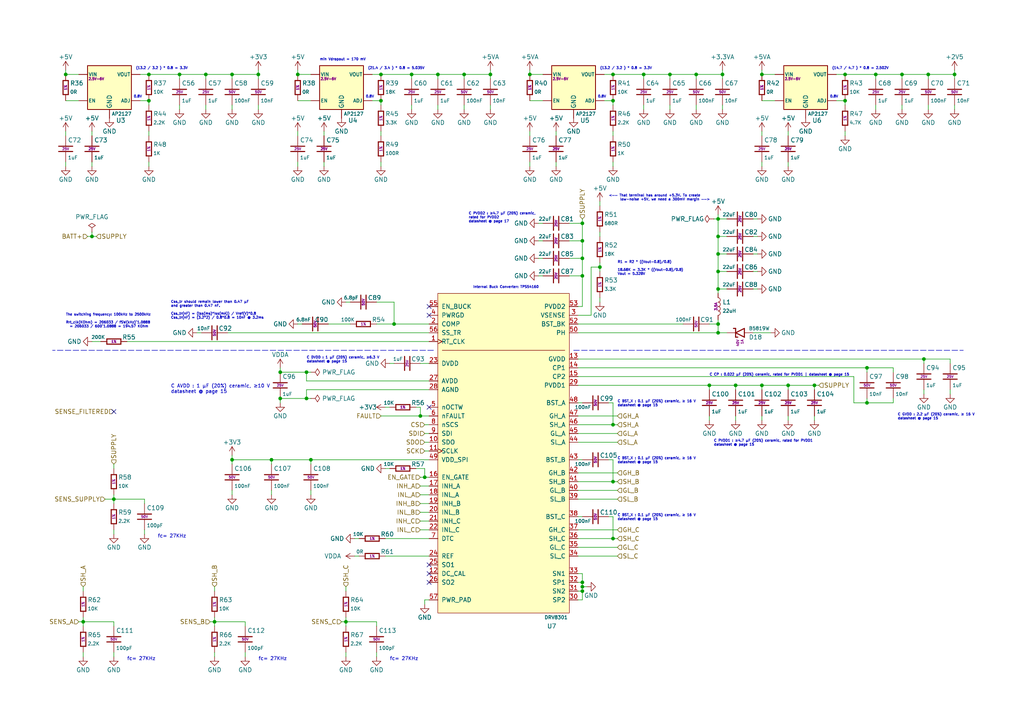
<source format=kicad_sch>
(kicad_sch (version 20211123) (generator eeschema)
  (paper "A4")
  (title_block (title "pectoralis major") (company "project Merophy") (comment 1 "a.k.a. Electronic Speed Controller of one of the drone motors") (comment 2 "This is one of the main propolsion sources of a bird") (comment 3 "at the deltopectoral crest.") (comment 4 "The pectoralis is a large muscle that attaches to the humerus of the wing "))
  (junction (at 208.28 83.82))
  (junction (at 74.93 21.59))
  (junction (at 208.28 68.58))
  (junction (at 142.24 21.59))
  (junction (at 177.8 21.59))
  (junction (at 201.93 21.59))
  (junction (at 153.67 21.59))
  (junction (at 228.6 111.76))
  (junction (at 236.22 111.76))
  (junction (at 251.46 116.84))
  (junction (at 208.28 96.52))
  (junction (at 168.91 168.91))
  (junction (at 59.69 21.59))
  (junction (at 67.31 133.35))
  (junction (at 78.74 133.35))
  (junction (at 168.91 170.18))
  (junction (at 177.8 139.7))
  (junction (at 168.91 69.85))
  (junction (at 123.19 138.43))
  (junction (at 88.9 115.57))
  (junction (at 90.17 133.35))
  (junction (at 208.28 93.98))
  (junction (at 220.98 111.76))
  (junction (at 43.18 21.59))
  (junction (at 19.05 21.59))
  (junction (at 110.49 29.21))
  (junction (at 208.28 78.74))
  (junction (at 267.97 104.14))
  (junction (at 194.31 21.59))
  (junction (at 62.23 180.34))
  (junction (at 269.24 21.59))
  (junction (at 177.8 123.19))
  (junction (at 168.91 171.45))
  (junction (at 177.8 29.21))
  (junction (at 208.28 63.5))
  (junction (at 121.92 120.65))
  (junction (at 86.36 21.59))
  (junction (at 173.99 77.47))
  (junction (at 127 21.59))
  (junction (at 208.28 73.66))
  (junction (at 276.86 21.59))
  (junction (at 26.67 68.58))
  (junction (at 177.8 156.21))
  (junction (at 168.91 74.93))
  (junction (at 110.49 21.59))
  (junction (at 209.55 21.59))
  (junction (at 213.36 111.76))
  (junction (at 254 21.59))
  (junction (at 186.69 21.59))
  (junction (at 24.13 180.34))
  (junction (at 168.91 80.01))
  (junction (at 67.31 21.59))
  (junction (at 245.11 21.59))
  (junction (at 43.18 29.21))
  (junction (at 251.46 106.68))
  (junction (at 119.38 21.59))
  (junction (at 205.74 111.76))
  (junction (at 168.91 64.77))
  (junction (at 81.28 107.95))
  (junction (at 245.11 29.21))
  (junction (at 114.3 93.98))
  (junction (at 88.9 107.95))
  (junction (at 52.07 21.59))
  (junction (at 33.02 144.78))
  (junction (at 220.98 21.59))
  (junction (at 261.62 21.59))
  (junction (at 134.62 21.59))
  (junction (at 81.28 115.57))
  (junction (at 100.33 180.34))
  (no_connect (at 124.46 88.9))
  (no_connect (at 124.46 91.44))
  (no_connect (at 124.46 166.37))
  (no_connect (at 124.46 118.11))
  (no_connect (at 124.46 168.91))
  (no_connect (at 33.02 119.38))
  (no_connect (at 124.46 163.83))
  (wire (pts (xy 67.31 132.08) (xy 67.31 133.35)))
  (wire (pts (xy 67.31 143.51) (xy 67.31 142.24)))
  (wire (pts (xy 123.19 135.89) (xy 123.19 138.43)))
  (wire (pts (xy 153.67 20.32) (xy 153.67 21.59)))
  (wire (pts (xy 269.24 31.75) (xy 269.24 30.48)))
  (wire (pts (xy 62.23 180.34) (xy 62.23 181.61)))
  (wire (pts (xy 167.64 88.9) (xy 168.91 88.9)))
  (wire (pts (xy 167.64 158.75) (xy 179.07 158.75)))
  (wire (pts (xy 167.64 96.52) (xy 208.28 96.52)))
  (wire (pts (xy 194.31 22.86) (xy 194.31 21.59)))
  (wire (pts (xy 40.64 21.59) (xy 43.18 21.59)))
  (wire (pts (xy 251.46 106.68) (xy 251.46 107.95)))
  (wire (pts (xy 205.74 111.76) (xy 213.36 111.76)))
  (wire (pts (xy 109.22 93.98) (xy 114.3 93.98)))
  (wire (pts (xy 111.76 135.89) (xy 113.03 135.89)))
  (wire (pts (xy 134.62 31.75) (xy 134.62 30.48)))
  (wire (pts (xy 90.17 133.35) (xy 90.17 134.62)))
  (wire (pts (xy 100.33 180.34) (xy 100.33 179.07)))
  (wire (pts (xy 78.74 142.24) (xy 78.74 143.51)))
  (wire (pts (xy 251.46 106.68) (xy 259.08 106.68)))
  (wire (pts (xy 194.31 21.59) (xy 186.69 21.59)))
  (wire (pts (xy 157.48 29.21) (xy 153.67 29.21)))
  (wire (pts (xy 209.55 20.32) (xy 209.55 21.59)))
  (wire (pts (xy 71.12 190.5) (xy 71.12 189.23)))
  (wire (pts (xy 275.59 114.3) (xy 275.59 113.03)))
  (wire (pts (xy 275.59 105.41) (xy 275.59 104.14)))
  (wire (pts (xy 161.29 48.26) (xy 161.29 46.99)))
  (wire (pts (xy 173.99 68.58) (xy 173.99 67.31)))
  (wire (pts (xy 205.74 121.92) (xy 205.74 120.65)))
  (wire (pts (xy 33.02 134.62) (xy 33.02 135.89)))
  (wire (pts (xy 168.91 168.91) (xy 168.91 166.37)))
  (wire (pts (xy 104.14 161.29) (xy 102.87 161.29)))
  (wire (pts (xy 52.07 21.59) (xy 52.07 22.86)))
  (wire (pts (xy 119.38 31.75) (xy 119.38 30.48)))
  (wire (pts (xy 165.1 64.77) (xy 168.91 64.77)))
  (wire (pts (xy 123.19 173.99) (xy 124.46 173.99)))
  (wire (pts (xy 245.11 30.48) (xy 245.11 29.21)))
  (wire (pts (xy 208.28 83.82) (xy 210.82 83.82)))
  (wire (pts (xy 267.97 114.3) (xy 267.97 113.03)))
  (wire (pts (xy 208.28 78.74) (xy 208.28 83.82)))
  (wire (pts (xy 22.86 29.21) (xy 19.05 29.21)))
  (wire (pts (xy 173.99 58.42) (xy 173.99 59.69)))
  (wire (pts (xy 121.92 118.11) (xy 121.92 120.65)))
  (wire (pts (xy 269.24 21.59) (xy 269.24 22.86)))
  (wire (pts (xy 167.64 106.68) (xy 251.46 106.68)))
  (wire (pts (xy 201.93 21.59) (xy 201.93 22.86)))
  (wire (pts (xy 100.33 180.34) (xy 100.33 181.61)))
  (wire (pts (xy 267.97 104.14) (xy 275.59 104.14)))
  (wire (pts (xy 33.02 180.34) (xy 33.02 181.61)))
  (wire (pts (xy 88.9 113.03) (xy 124.46 113.03)))
  (wire (pts (xy 237.49 111.76) (xy 236.22 111.76)))
  (wire (pts (xy 134.62 21.59) (xy 134.62 22.86)))
  (wire (pts (xy 168.91 173.99) (xy 167.64 173.99)))
  (wire (pts (xy 254 31.75) (xy 254 30.48)))
  (wire (pts (xy 219.71 78.74) (xy 218.44 78.74)))
  (wire (pts (xy 27.94 68.58) (xy 26.67 68.58)))
  (wire (pts (xy 86.36 93.98) (xy 87.63 93.98)))
  (wire (pts (xy 251.46 116.84) (xy 259.08 116.84)))
  (wire (pts (xy 208.28 63.5) (xy 210.82 63.5)))
  (wire (pts (xy 168.91 63.5) (xy 168.91 64.77)))
  (wire (pts (xy 110.49 30.48) (xy 110.49 29.21)))
  (wire (pts (xy 100.33 87.63) (xy 101.6 87.63)))
  (wire (pts (xy 167.64 125.73) (xy 179.07 125.73)))
  (wire (pts (xy 24.13 190.5) (xy 24.13 189.23)))
  (wire (pts (xy 33.02 154.94) (xy 33.02 153.67)))
  (wire (pts (xy 74.93 20.32) (xy 74.93 21.59)))
  (wire (pts (xy 179.07 123.19) (xy 177.8 123.19)))
  (wire (pts (xy 167.64 161.29) (xy 179.07 161.29)))
  (wire (pts (xy 59.69 22.86) (xy 59.69 21.59)))
  (wire (pts (xy 177.8 156.21) (xy 177.8 149.86)))
  (wire (pts (xy 62.23 180.34) (xy 71.12 180.34)))
  (wire (pts (xy 170.18 170.18) (xy 168.91 170.18)))
  (wire (pts (xy 81.28 115.57) (xy 88.9 115.57)))
  (wire (pts (xy 90.17 143.51) (xy 90.17 142.24)))
  (wire (pts (xy 24.13 180.34) (xy 24.13 181.61)))
  (wire (pts (xy 121.92 151.13) (xy 124.46 151.13)))
  (wire (pts (xy 121.92 153.67) (xy 124.46 153.67)))
  (wire (pts (xy 220.98 21.59) (xy 224.79 21.59)))
  (wire (pts (xy 99.06 180.34) (xy 100.33 180.34)))
  (wire (pts (xy 168.91 171.45) (xy 167.64 171.45)))
  (wire (pts (xy 157.48 74.93) (xy 156.21 74.93)))
  (wire (pts (xy 26.67 67.31) (xy 26.67 68.58)))
  (wire (pts (xy 276.86 31.75) (xy 276.86 30.48)))
  (wire (pts (xy 90.17 115.57) (xy 88.9 115.57)))
  (wire (pts (xy 167.64 93.98) (xy 198.12 93.98)))
  (wire (pts (xy 168.91 133.35) (xy 167.64 133.35)))
  (wire (pts (xy 24.13 180.34) (xy 33.02 180.34)))
  (wire (pts (xy 209.55 21.59) (xy 209.55 22.86)))
  (wire (pts (xy 168.91 88.9) (xy 168.91 80.01)))
  (wire (pts (xy 111.76 118.11) (xy 113.03 118.11)))
  (wire (pts (xy 177.8 123.19) (xy 177.8 116.84)))
  (wire (pts (xy 219.71 83.82) (xy 218.44 83.82)))
  (wire (pts (xy 165.1 74.93) (xy 168.91 74.93)))
  (wire (pts (xy 30.48 144.78) (xy 33.02 144.78)))
  (wire (pts (xy 167.64 153.67) (xy 179.07 153.67)))
  (wire (pts (xy 127 22.86) (xy 127 21.59)))
  (wire (pts (xy 205.74 93.98) (xy 208.28 93.98)))
  (wire (pts (xy 153.67 48.26) (xy 153.67 46.99)))
  (wire (pts (xy 167.64 109.22) (xy 247.65 109.22)))
  (wire (pts (xy 93.98 39.37) (xy 93.98 38.1)))
  (wire (pts (xy 81.28 107.95) (xy 88.9 107.95)))
  (wire (pts (xy 43.18 39.37) (xy 43.18 38.1)))
  (wire (pts (xy 43.18 48.26) (xy 43.18 46.99)))
  (wire (pts (xy 179.07 156.21) (xy 177.8 156.21)))
  (wire (pts (xy 177.8 139.7) (xy 177.8 133.35)))
  (wire (pts (xy 242.57 29.21) (xy 245.11 29.21)))
  (wire (pts (xy 78.74 133.35) (xy 67.31 133.35)))
  (wire (pts (xy 86.36 48.26) (xy 86.36 46.99)))
  (wire (pts (xy 208.28 92.71) (xy 208.28 93.98)))
  (wire (pts (xy 242.57 21.59) (xy 245.11 21.59)))
  (wire (pts (xy 33.02 144.78) (xy 33.02 143.51)))
  (wire (pts (xy 121.92 143.51) (xy 124.46 143.51)))
  (wire (pts (xy 165.1 69.85) (xy 168.91 69.85)))
  (wire (pts (xy 100.33 190.5) (xy 100.33 189.23)))
  (wire (pts (xy 52.07 31.75) (xy 52.07 30.48)))
  (wire (pts (xy 134.62 21.59) (xy 142.24 21.59)))
  (wire (pts (xy 57.15 96.52) (xy 58.42 96.52)))
  (wire (pts (xy 208.28 78.74) (xy 210.82 78.74)))
  (wire (pts (xy 186.69 31.75) (xy 186.69 30.48)))
  (wire (pts (xy 167.64 142.24) (xy 179.07 142.24)))
  (wire (pts (xy 59.69 31.75) (xy 59.69 30.48)))
  (wire (pts (xy 127 21.59) (xy 134.62 21.59)))
  (wire (pts (xy 254 21.59) (xy 254 22.86)))
  (wire (pts (xy 208.28 62.23) (xy 208.28 63.5)))
  (wire (pts (xy 208.28 83.82) (xy 208.28 85.09)))
  (wire (pts (xy 167.64 139.7) (xy 177.8 139.7)))
  (wire (pts (xy 236.22 121.92) (xy 236.22 120.65)))
  (wire (pts (xy 220.98 48.26) (xy 220.98 46.99)))
  (wire (pts (xy 24.13 170.18) (xy 24.13 171.45)))
  (wire (pts (xy 26.67 39.37) (xy 26.67 38.1)))
  (wire (pts (xy 109.22 190.5) (xy 109.22 189.23)))
  (wire (pts (xy 59.69 21.59) (xy 52.07 21.59)))
  (wire (pts (xy 114.3 87.63) (xy 114.3 93.98)))
  (wire (pts (xy 78.74 133.35) (xy 90.17 133.35)))
  (wire (pts (xy 127 31.75) (xy 127 30.48)))
  (wire (pts (xy 168.91 149.86) (xy 167.64 149.86)))
  (wire (pts (xy 209.55 21.59) (xy 201.93 21.59)))
  (wire (pts (xy 261.62 31.75) (xy 261.62 30.48)))
  (wire (pts (xy 67.31 21.59) (xy 67.31 22.86)))
  (wire (pts (xy 213.36 121.92) (xy 213.36 120.65)))
  (wire (pts (xy 220.98 121.92) (xy 220.98 120.65)))
  (wire (pts (xy 74.93 21.59) (xy 74.93 22.86)))
  (wire (pts (xy 43.18 30.48) (xy 43.18 29.21)))
  (wire (pts (xy 167.64 120.65) (xy 179.07 120.65)))
  (wire (pts (xy 86.36 21.59) (xy 90.17 21.59)))
  (wire (pts (xy 90.17 133.35) (xy 124.46 133.35)))
  (wire (pts (xy 168.91 168.91) (xy 167.64 168.91)))
  (wire (pts (xy 167.64 156.21) (xy 177.8 156.21)))
  (wire (pts (xy 165.1 80.01) (xy 168.91 80.01)))
  (wire (pts (xy 194.31 31.75) (xy 194.31 30.48)))
  (wire (pts (xy 208.28 68.58) (xy 208.28 73.66)))
  (wire (pts (xy 167.64 104.14) (xy 267.97 104.14)))
  (wire (pts (xy 177.8 21.59) (xy 186.69 21.59)))
  (wire (pts (xy 218.44 96.52) (xy 223.52 96.52)))
  (wire (pts (xy 81.28 106.68) (xy 81.28 107.95)))
  (wire (pts (xy 276.86 20.32) (xy 276.86 21.59)))
  (wire (pts (xy 157.48 64.77) (xy 156.21 64.77)))
  (wire (pts (xy 167.64 128.27) (xy 179.07 128.27)))
  (polyline (pts (xy 125.73 101.6) (xy 15.24 101.6)))
  (wire (pts (xy 71.12 180.34) (xy 71.12 181.61)))
  (wire (pts (xy 171.45 77.47) (xy 171.45 91.44)))
  (wire (pts (xy 33.02 144.78) (xy 33.02 146.05)))
  (wire (pts (xy 167.64 111.76) (xy 205.74 111.76)))
  (wire (pts (xy 220.98 111.76) (xy 228.6 111.76)))
  (wire (pts (xy 124.46 123.19) (xy 123.19 123.19)))
  (wire (pts (xy 213.36 111.76) (xy 220.98 111.76)))
  (wire (pts (xy 110.49 21.59) (xy 119.38 21.59)))
  (wire (pts (xy 168.91 170.18) (xy 168.91 171.45)))
  (wire (pts (xy 121.92 140.97) (xy 124.46 140.97)))
  (wire (pts (xy 177.8 39.37) (xy 177.8 38.1)))
  (wire (pts (xy 207.01 63.5) (xy 208.28 63.5)))
  (wire (pts (xy 219.71 63.5) (xy 218.44 63.5)))
  (wire (pts (xy 205.74 113.03) (xy 205.74 111.76)))
  (wire (pts (xy 167.64 144.78) (xy 179.07 144.78)))
  (wire (pts (xy 208.28 68.58) (xy 210.82 68.58)))
  (wire (pts (xy 228.6 113.03) (xy 228.6 111.76)))
  (wire (pts (xy 168.91 166.37) (xy 167.64 166.37)))
  (wire (pts (xy 220.98 38.1) (xy 220.98 39.37)))
  (wire (pts (xy 176.53 133.35) (xy 177.8 133.35)))
  (wire (pts (xy 219.71 73.66) (xy 218.44 73.66)))
  (wire (pts (xy 123.19 130.81) (xy 124.46 130.81)))
  (wire (pts (xy 173.99 86.36) (xy 173.99 87.63)))
  (wire (pts (xy 90.17 107.95) (xy 88.9 107.95)))
  (wire (pts (xy 111.76 156.21) (xy 124.46 156.21)))
  (wire (pts (xy 43.18 21.59) (xy 52.07 21.59)))
  (wire (pts (xy 123.19 175.26) (xy 123.19 173.99)))
  (wire (pts (xy 179.07 139.7) (xy 177.8 139.7)))
  (wire (pts (xy 124.46 128.27) (xy 123.19 128.27)))
  (wire (pts (xy 236.22 113.03) (xy 236.22 111.76)))
  (wire (pts (xy 168.91 171.45) (xy 168.91 173.99)))
  (wire (pts (xy 104.14 156.21) (xy 102.87 156.21)))
  (wire (pts (xy 208.28 63.5) (xy 208.28 68.58)))
  (wire (pts (xy 177.8 30.48) (xy 177.8 29.21)))
  (wire (pts (xy 186.69 21.59) (xy 186.69 22.86)))
  (wire (pts (xy 121.92 118.11) (xy 120.65 118.11)))
  (wire (pts (xy 26.67 68.58) (xy 25.4 68.58)))
  (wire (pts (xy 107.95 21.59) (xy 110.49 21.59)))
  (wire (pts (xy 90.17 29.21) (xy 86.36 29.21)))
  (wire (pts (xy 213.36 113.03) (xy 213.36 111.76)))
  (wire (pts (xy 95.25 93.98) (xy 101.6 93.98)))
  (wire (pts (xy 168.91 69.85) (xy 168.91 64.77)))
  (wire (pts (xy 261.62 22.86) (xy 261.62 21.59)))
  (wire (pts (xy 100.33 170.18) (xy 100.33 171.45)))
  (wire (pts (xy 247.65 109.22) (xy 247.65 116.84)))
  (wire (pts (xy 261.62 21.59) (xy 269.24 21.59)))
  (wire (pts (xy 201.93 31.75) (xy 201.93 30.48)))
  (wire (pts (xy 110.49 29.21) (xy 107.95 29.21)))
  (wire (pts (xy 153.67 21.59) (xy 157.48 21.59)))
  (wire (pts (xy 26.67 48.26) (xy 26.67 46.99)))
  (wire (pts (xy 173.99 78.74) (xy 173.99 77.47)))
  (wire (pts (xy 66.04 96.52) (xy 124.46 96.52)))
  (wire (pts (xy 110.49 39.37) (xy 110.49 38.1)))
  (wire (pts (xy 157.48 69.85) (xy 156.21 69.85)))
  (wire (pts (xy 267.97 105.41) (xy 267.97 104.14)))
  (wire (pts (xy 78.74 134.62) (xy 78.74 133.35)))
  (wire (pts (xy 261.62 21.59) (xy 254 21.59)))
  (wire (pts (xy 100.33 180.34) (xy 109.22 180.34)))
  (wire (pts (xy 247.65 116.84) (xy 251.46 116.84)))
  (wire (pts (xy 259.08 116.84) (xy 259.08 115.57)))
  (wire (pts (xy 245.11 21.59) (xy 254 21.59)))
  (wire (pts (xy 220.98 20.32) (xy 220.98 21.59)))
  (wire (pts (xy 219.71 68.58) (xy 218.44 68.58)))
  (wire (pts (xy 224.79 29.21) (xy 220.98 29.21)))
  (wire (pts (xy 62.23 180.34) (xy 62.23 179.07)))
  (wire (pts (xy 142.24 20.32) (xy 142.24 21.59)))
  (wire (pts (xy 124.46 93.98) (xy 114.3 93.98)))
  (wire (pts (xy 259.08 106.68) (xy 259.08 107.95)))
  (wire (pts (xy 173.99 76.2) (xy 173.99 77.47)))
  (wire (pts (xy 142.24 31.75) (xy 142.24 30.48)))
  (wire (pts (xy 220.98 113.03) (xy 220.98 111.76)))
  (wire (pts (xy 111.76 161.29) (xy 124.46 161.29)))
  (wire (pts (xy 228.6 111.76) (xy 236.22 111.76)))
  (wire (pts (xy 62.23 170.18) (xy 62.23 171.45)))
  (wire (pts (xy 228.6 121.92) (xy 228.6 120.65)))
  (wire (pts (xy 19.05 20.32) (xy 19.05 21.59)))
  (wire (pts (xy 41.91 144.78) (xy 41.91 146.05)))
  (wire (pts (xy 67.31 21.59) (xy 74.93 21.59)))
  (wire (pts (xy 62.23 190.5) (xy 62.23 189.23)))
  (wire (pts (xy 208.28 96.52) (xy 210.82 96.52)))
  (wire (pts (xy 124.46 110.49) (xy 88.9 110.49)))
  (wire (pts (xy 245.11 39.37) (xy 245.11 38.1)))
  (wire (pts (xy 208.28 73.66) (xy 208.28 78.74)))
  (wire (pts (xy 123.19 125.73) (xy 124.46 125.73)))
  (wire (pts (xy 209.55 31.75) (xy 209.55 30.48)))
  (wire (pts (xy 167.64 137.16) (xy 179.07 137.16)))
  (wire (pts (xy 167.64 91.44) (xy 171.45 91.44)))
  (wire (pts (xy 176.53 116.84) (xy 177.8 116.84)))
  (wire (pts (xy 228.6 39.37) (xy 228.6 38.1)))
  (wire (pts (xy 109.22 180.34) (xy 109.22 181.61)))
  (wire (pts (xy 168.91 74.93) (xy 168.91 69.85)))
  (wire (pts (xy 251.46 116.84) (xy 251.46 115.57)))
  (wire (pts (xy 167.64 123.19) (xy 177.8 123.19)))
  (wire (pts (xy 276.86 21.59) (xy 276.86 22.86)))
  (wire (pts (xy 168.91 80.01) (xy 168.91 74.93)))
  (wire (pts (xy 175.26 21.59) (xy 177.8 21.59)))
  (wire (pts (xy 121.92 120.65) (xy 124.46 120.65)))
  (wire (pts (xy 110.49 120.65) (xy 121.92 120.65)))
  (wire (pts (xy 113.03 105.41) (xy 114.3 105.41)))
  (wire (pts (xy 41.91 154.94) (xy 41.91 153.67)))
  (wire (pts (xy 121.92 146.05) (xy 124.46 146.05)))
  (wire (pts (xy 109.22 87.63) (xy 114.3 87.63)))
  (wire (pts (xy 88.9 107.95) (xy 88.9 110.49)))
  (wire (pts (xy 161.29 39.37) (xy 161.29 38.1)))
  (wire (pts (xy 74.93 31.75) (xy 74.93 30.48)))
  (wire (pts (xy 157.48 80.01) (xy 156.21 80.01)))
  (wire (pts (xy 124.46 138.43) (xy 123.19 138.43)))
  (wire (pts (xy 24.13 180.34) (xy 24.13 179.07)))
  (wire (pts (xy 127 21.59) (xy 119.38 21.59)))
  (wire (pts (xy 228.6 48.26) (xy 228.6 46.99)))
  (wire (pts (xy 19.05 48.26) (xy 19.05 46.99)))
  (wire (pts (xy 81.28 116.84) (xy 81.28 115.57)))
  (wire (pts (xy 86.36 38.1) (xy 86.36 39.37)))
  (wire (pts (xy 168.91 170.18) (xy 168.91 168.91)))
  (wire (pts (xy 123.19 138.43) (xy 121.92 138.43)))
  (wire (pts (xy 177.8 48.26) (xy 177.8 46.99)))
  (wire (pts (xy 67.31 31.75) (xy 67.31 30.48)))
  (wire (pts (xy 26.67 99.06) (xy 29.21 99.06)))
  (wire (pts (xy 67.31 133.35) (xy 67.31 134.62)))
  (wire (pts (xy 19.05 38.1) (xy 19.05 39.37)))
  (wire (pts (xy 33.02 190.5) (xy 33.02 189.23)))
  (wire (pts (xy 142.24 21.59) (xy 142.24 22.86)))
  (polyline (pts (xy 166.37 101.6) (xy 279.4 101.6)))
  (wire (pts (xy 121.92 148.59) (xy 124.46 148.59)))
  (wire (pts (xy 19.05 21.59) (xy 22.86 21.59)))
  (wire (pts (xy 22.86 180.34) (xy 24.13 180.34)))
  (wire (pts (xy 93.98 48.26) (xy 93.98 46.99)))
  (wire (pts (xy 86.36 20.32) (xy 86.36 21.59)))
  (wire (pts (xy 171.45 77.47) (xy 173.99 77.47)))
  (wire (pts (xy 208.28 73.66) (xy 210.82 73.66)))
  (wire (pts (xy 121.92 105.41) (xy 124.46 105.41)))
  (wire (pts (xy 201.93 21.59) (xy 194.31 21.59)))
  (wire (pts (xy 33.02 144.78) (xy 41.91 144.78)))
  (wire (pts (xy 177.8 29.21) (xy 175.26 29.21)))
  (wire (pts (xy 119.38 21.59) (xy 119.38 22.86)))
  (wire (pts (xy 60.96 180.34) (xy 62.23 180.34)))
  (wire (pts (xy 176.53 149.86) (xy 177.8 149.86)))
  (wire (pts (xy 120.65 135.89) (xy 123.19 135.89)))
  (wire (pts (xy 43.18 29.21) (xy 40.64 29.21)))
  (wire (pts (xy 269.24 21.59) (xy 276.86 21.59)))
  (wire (pts (xy 168.91 116.84) (xy 167.64 116.84)))
  (wire (pts (xy 36.83 99.06) (xy 124.46 99.06)))
  (wire (pts (xy 110.49 48.26) (xy 110.49 46.99)))
  (wire (pts (xy 88.9 113.03) (xy 88.9 115.57)))
  (wire (pts (xy 153.67 38.1) (xy 153.67 39.37)))
  (wire (pts (xy 59.69 21.59) (xy 67.31 21.59)))
  (wire (pts (xy 208.28 93.98) (xy 208.28 96.52)))
  (text "0.8V" (at 106.045 28.575 0) (effects (font (size 0.7112 0.7112)) (justify left bottom)))
  (text "Css_tr should remain lower than 0.47 μF \nand greater than 0.47 nF.\n\nCss_tr(nF) = (tss(ms)*Iss(mA)) / Vref(V)*0.8\nCss_tr(nF) = (3.2*2) / 0.8*0.8 = 10nF @ 3.2ms" (at 49.53 92.71 0) (effects (font (size 0.7112 0.7112)) (justify left bottom)))
  (text "0.8V" (at 240.665 28.575 0) (effects (font (size 0.7112 0.7112)) (justify left bottom)))
  (text "C PVDD1 : ≥4.7 μF (20%) ceramic, rated for PVDD1\ndatasheet @ page 15" (at 207.01 129.54 0) (effects (font (size 0.7112 0.7112)) (justify left bottom)))
  (text "fc= 27KHz" (at 74.93 191.77 0) (effects (font (size 0.9906 0.9906)) (justify left bottom)))
  (text "Internal Buck Converter: TPS54160" (at 137.16 83.82 0) (effects (font (size 0.7112 0.7112)) (justify left bottom)))
  (text "<—— That terminal has around +5.3V. To create \n      low-noise +5V, we need a 300mV margin ——>" (at 176.53 58.42 0) (effects (font (size 0.7112 0.7112)) (justify left bottom)))
  (text "C DVDD : 1 μF (20%) ceramic, ≥6.3 V\ndatasheet @ page 15" (at 88.9 105.41 0) (effects (font (size 0.7112 0.7112)) (justify left bottom)))
  (text "(14.7 / 4.7 ) * 0.8 = 2.502V" (at 241.3 20.32 0) (effects (font (size 0.7112 0.7112)) (justify left bottom)))
  (text "C PVDD2 : ≥4.7 μF (20%) ceramic, \nrated for PVDD2\ndatasheet @ page 17" (at 135.89 64.77 0) (effects (font (size 0.7112 0.7112)) (justify left bottom)))
  (text "fc= 27KHz" (at 36.83 191.77 0) (effects (font (size 0.9906 0.9906)) (justify left bottom)))
  (text "(13.2 / 3.2 ) * 0.8 = 3.3V" (at 173.99 20.32 0) (effects (font (size 0.7112 0.7112)) (justify left bottom)))
  (text "fc= 27KHz" (at 113.03 191.77 0) (effects (font (size 0.9906 0.9906)) (justify left bottom)))
  (text "R1 = R2 * ((Vout-0.8)/0.8)\n\n18.68K = 3.3K * ((Vout-0.8)/0.8)\nVout = 5.328V" (at 179.07 80.01 0) (effects (font (size 0.7112 0.7112)) (justify left bottom)))
  (text "C BST_X : 0.1 μF (20%) ceramic, ≥ 16 V\ndatasheet @ page 15" (at 179.07 118.11 0) (effects (font (size 0.7112 0.7112)) (justify left bottom)))
  (text "0.8V" (at 173.355 28.575 0) (effects (font (size 0.7112 0.7112)) (justify left bottom)))
  (text "fc= 27KHz" (at 45.72 156.21 0) (effects (font (size 0.9906 0.9906)) (justify left bottom)))
  (text "C BST_X : 0.1 μF (20%) ceramic, ≥ 16 V\ndatasheet @ page 15" (at 179.07 151.13 0) (effects (font (size 0.7112 0.7112)) (justify left bottom)))
  (text "C BST_X : 0.1 μF (20%) ceramic, ≥ 16 V\ndatasheet @ page 15" (at 179.07 134.62 0) (effects (font (size 0.7112 0.7112)) (justify left bottom)))
  (text "(13.2 / 3.2 ) * 0.8 = 3.3V" (at 39.37 20.32 0) (effects (font (size 0.7112 0.7112)) (justify left bottom)))
  (text "C GVDD : 2.2 μF (20%) ceramic, ≥ 16 V\ndatasheet @ page 15" (at 260.35 121.92 0) (effects (font (size 0.7112 0.7112)) (justify left bottom)))
  (text "0.8V" (at 38.735 28.575 0) (effects (font (size 0.7112 0.7112)) (justify left bottom)))
  (text "(21.4 / 3.4 ) * 0.8 = 5.035V" (at 106.68 20.32 0) (effects (font (size 0.7112 0.7112)) (justify left bottom)))
  (text "C AVDD : 1 μF (20%) ceramic, ≥10 V\ndatasheet @ page 15" (at 49.53 114.3 0) (effects (font (size 0.9906 0.9906)) (justify left bottom)))
  (text "The switching frequency: 100kHz to 2500kHz\n\nRrt_clk(KOhm) = 206033 / fSW(kHz)^1.0888  \n  = 206033 / 600^1.0888 = 194.57 KOhm" (at 19.05 95.25 0) (effects (font (size 0.7112 0.7112)) (justify left bottom)))
  (text "min Vdropout = 170 mV" (at 92.71 17.78 0) (effects (font (size 0.7112 0.7112)) (justify left bottom)))
  (text "C CP : 0.022 μF (20%) ceramic, rated for PVDD1 | datasheet @ page 15" (at 205.74 109.22 0) (effects (font (size 0.7112 0.7112)) (justify left bottom)))
  (hierarchical_label "SUPPLY" (shape input) (at 168.91 63.5 90))
  (hierarchical_label "SH_A" (shape input) (at 24.13 170.18 90))
  (hierarchical_label "SUPPLY" (shape input) (at 237.49 111.76 0))
  (hierarchical_label "SH_C" (shape input) (at 100.33 170.18 90))
  (hierarchical_label "INL_C" (shape input) (at 121.92 153.67 180))
  (hierarchical_label "SH_C" (shape input) (at 179.07 156.21 0))
  (hierarchical_label "INH_A" (shape input) (at 121.92 140.97 180))
  (hierarchical_label "GL_C" (shape input) (at 179.07 158.75 0))
  (hierarchical_label "SENS_B" (shape input) (at 60.96 180.34 180))
  (hierarchical_label "EN_GATE" (shape input) (at 121.92 138.43 180))
  (hierarchical_label "SENS_A" (shape input) (at 22.86 180.34 180))
  (hierarchical_label "INL_B" (shape input) (at 121.92 148.59 180))
  (hierarchical_label "SH_B" (shape input) (at 62.23 170.18 90))
  (hierarchical_label "GL_A" (shape input) (at 179.07 125.73 0))
  (hierarchical_label "SDI" (shape input) (at 123.19 125.73 180))
  (hierarchical_label "GL_B" (shape input) (at 179.07 142.24 0))
  (hierarchical_label "SENS_C" (shape input) (at 99.06 180.34 180))
  (hierarchical_label "SL_C" (shape input) (at 179.07 161.29 0))
  (hierarchical_label "SL_B" (shape input) (at 179.07 144.78 0))
  (hierarchical_label "INH_B" (shape input) (at 121.92 146.05 180))
  (hierarchical_label "SL_A" (shape input) (at 179.07 128.27 0))
  (hierarchical_label "GH_C" (shape input) (at 179.07 153.67 0))
  (hierarchical_label "GH_A" (shape input) (at 179.07 120.65 0))
  (hierarchical_label "SUPPLY" (shape input) (at 33.02 134.62 90))
  (hierarchical_label "CS" (shape input) (at 123.19 123.19 180))
  (hierarchical_label "SUPPLY" (shape input) (at 27.94 68.58 0))
  (hierarchical_label "SENSE_FILTERED" (shape input) (at 33.02 119.38 180))
  (hierarchical_label "FAULT" (shape input) (at 110.49 120.65 180))
  (hierarchical_label "INH_C" (shape input) (at 121.92 151.13 180))
  (hierarchical_label "SDO" (shape input) (at 123.19 128.27 180))
  (hierarchical_label "INL_A" (shape input) (at 121.92 143.51 180))
  (hierarchical_label "GH_B" (shape input) (at 179.07 137.16 0))
  (hierarchical_label "SENS_SUPPLY" (shape input) (at 30.48 144.78 180))
  (hierarchical_label "SCK" (shape input) (at 123.19 130.81 180))
  (hierarchical_label "SH_A" (shape input) (at 179.07 123.19 0))
  (hierarchical_label "SH_B" (shape input) (at 179.07 139.7 0))
  (hierarchical_label "BATT+" (shape input) (at 25.4 68.58 180))
  (symbol (lib_id "power:GND") (at 223.52 96.52 90) (unit 1)
    (property "Reference" "#PWR0143" (effects hide))
    (property "Value" "GND" (at 228.6 96.52 90))
  )
  (symbol (lib_id "power:GND") (at 205.74 121.92 0) (unit 1)
    (property "Reference" "#PWR0151" (effects hide))
    (property "Value" "GND" (at 205.74 125.73 0))
  )
  (symbol (lib_id "power:GND") (at 213.36 121.92 0) (unit 1)
    (property "Reference" "#PWR0152" (effects hide))
    (property "Value" "GND" (at 213.36 125.73 0))
  )
  (symbol (lib_id "power:PWR_FLAG") (at 90.17 107.95 270) (unit 1)
    (property "Reference" "#FLG02" (effects hide))
    (property "Value" "PWR_FLAG" (at 93.4212 107.95 90) (effects (justify left)))
  )
  (symbol (lib_id "power:GND") (at 102.87 156.21 270) (unit 1)
    (property "Reference" "#PWR0163" (effects hide))
    (property "Value" "GND" (at 97.79 156.21 90))
  )
  (symbol (lib_id "power:GND") (at 113.03 105.41 270) (unit 1)
    (property "Reference" "#PWR0145" (effects hide))
    (property "Value" "GND" (at 107.95 105.41 90))
  )
  (symbol (lib_id "power:GND") (at 156.21 80.01 270) (unit 1)
    (property "Reference" "#PWR0137" (effects hide))
    (property "Value" "GND" (at 151.13 80.01 90))
  )
  (symbol (lib_id "CoE_Capacitor:1uF") (at 118.11 105.41 90) (unit 1)
    (property "Reference" "C93" (at 123.19 104.14 90) (effects (justify left)))
    (property "Value" "1uF" (at 116.84 104.14 90) (effects (font (size 0.9906 0.9906)) (justify left)))
    (property "Footprint" "CoF_Capacitor:C-0402" (effects hide))
    (property "Voltage" "25V" (at 118.11 105.41 0) (effects (font (size 0.7112 0.7112))))
    (property "MFR. Part #" "CL05A105KA5NQNC" (effects hide))
    (property "JLCPCB Part #" "C52923" (effects hide))
  )
  (symbol (lib_id "power:GND") (at 156.21 64.77 270) (unit 1)
    (property "Reference" "#PWR0130" (effects hide))
    (property "Value" "GND" (at 151.13 64.77 90))
  )
  (symbol (lib_id "CoE_Capacitor:1uF") (at 81.28 111.76 0) (unit 1)
    (property "Reference" "C96" (at 81.915 109.22 0) (effects (justify left)))
    (property "Value" "1uF" (at 81.915 114.3 0) (effects (font (size 0.9906 0.9906)) (justify left)))
    (property "Footprint" "CoF_Capacitor:C-0402" (effects hide))
    (property "Voltage" "25V" (at 81.28 111.76 0) (effects (font (size 0.7112 0.7112))))
    (property "MFR. Part #" "CL05A105KA5NQNC" (effects hide))
    (property "JLCPCB Part #" "C52923" (effects hide))
  )
  (symbol (lib_id "CoE_Resistor:10K") (at 62.23 175.26 0) (unit 1)
    (property "Reference" "R63" (at 63.5 173.99 0) (effects (justify left)))
    (property "Value" "10K" (at 63.5 176.53 0) (effects (font (size 0.9906 0.9906)) (justify left)))
    (property "Footprint" "CoF_Resistor:R-0402" (effects hide))
    (property "Tolerance" "1%" (at 62.23 175.26 90) (effects (font (size 0.7112 0.7112))))
    (property "MFR. Part #" "0402WGF1002TCE" (effects hide))
    (property "JLCPCB Part #" "C25744" (effects hide))
  )
  (symbol (lib_id "CoE_Resistor:2.2K") (at 62.23 185.42 0) (unit 1)
    (property "Reference" "R66" (at 63.5 184.15 0) (effects (justify left)))
    (property "Value" "2.2K" (at 63.5 186.69 0) (effects (font (size 0.9906 0.9906)) (justify left)))
    (property "Footprint" "CoF_Resistor:R-0402" (effects hide))
    (property "Tolerance" "1%" (at 62.23 185.42 90) (effects (font (size 0.7112 0.7112))))
    (property "MFR. Part #" "0402WGF2201TCE" (effects hide))
    (property "JLCPCB Part #" "C25879" (effects hide))
  )
  (symbol (lib_id "power:GND") (at 219.71 63.5 90) (unit 1)
    (property "Reference" "#PWR0129" (effects hide))
    (property "Value" "GND" (at 224.79 63.5 90))
  )
  (symbol (lib_id "power:PWR_FLAG") (at 26.67 67.31 0) (unit 1)
    (property "Reference" "#FLG01" (effects hide))
    (property "Value" "PWR_FLAG" (at 26.67 62.9158 0))
  )
  (symbol (lib_id "power:GND") (at 220.98 121.92 0) (unit 1)
    (property "Reference" "#PWR0153" (effects hide))
    (property "Value" "GND" (at 220.98 125.73 0))
  )
  (symbol (lib_id "power:GND") (at 170.18 170.18 90) (unit 1)
    (property "Reference" "#PWR0165" (effects hide))
    (property "Value" "GND" (at 171.45 172.72 90))
  )
  (symbol (lib_id "power:GND") (at 26.67 99.06 270) (unit 1)
    (property "Reference" "#PWR0144" (effects hide))
    (property "Value" "GND" (at 21.59 99.06 90))
  )
  (symbol (lib_id "power:GND") (at 57.15 96.52 270) (unit 1)
    (property "Reference" "#PWR0142" (effects hide))
    (property "Value" "GND" (at 52.07 96.52 90))
  )
  (symbol (lib_id "power:VDDA") (at 81.28 106.68 0) (unit 1)
    (property "Reference" "#PWR0146" (effects hide))
    (property "Value" "VDDA" (at 81.28 102.87 0))
  )
  (symbol (lib_id "power:VDDA") (at 102.87 161.29 90) (unit 1)
    (property "Reference" "#PWR0164" (effects hide))
    (property "Value" "VDDA" (at 96.52 161.29 90))
  )
  (symbol (lib_id "power:GND") (at 86.36 93.98 270) (unit 1)
    (property "Reference" "#PWR0141" (effects hide))
    (property "Value" "GND" (at 81.28 93.98 90))
  )
  (symbol (lib_id "power:GND") (at 100.33 87.63 270) (unit 1)
    (property "Reference" "#PWR0139" (effects hide))
    (property "Value" "GND" (at 95.25 87.63 90))
  )
  (symbol (lib_id "power:GND") (at 123.19 175.26 0) (unit 1)
    (property "Reference" "#PWR0166" (effects hide))
    (property "Value" "GND" (at 123.19 179.07 0))
  )
  (symbol (lib_id "power:GND") (at 111.76 135.89 270) (unit 1)
    (property "Reference" "#PWR0157" (effects hide))
    (property "Value" "GND" (at 106.68 135.89 90))
  )
  (symbol (lib_id "power:GND") (at 81.28 116.84 0) (unit 1)
    (property "Reference" "#PWR0149" (effects hide))
    (property "Value" "GND" (at 81.28 120.65 0))
  )
  (symbol (lib_id "power:+3V3") (at 111.76 118.11 90) (unit 1)
    (property "Reference" "#PWR0150" (effects hide))
    (property "Value" "+3V3" (at 106.68 118.11 90))
  )
  (symbol (lib_id "power:+3V3") (at 67.31 132.08 0) (unit 1)
    (property "Reference" "#PWR0156" (effects hide))
    (property "Value" "+3V3" (at 67.31 128.27 0))
  )
  (symbol (lib_id "power:GND") (at 67.31 143.51 0) (unit 1)
    (property "Reference" "#PWR0158" (effects hide))
    (property "Value" "GND" (at 67.31 147.32 0))
  )
  (symbol (lib_id "power:GND") (at 78.74 143.51 0) (unit 1)
    (property "Reference" "#PWR0159" (effects hide))
    (property "Value" "GND" (at 78.74 147.32 0))
  )
  (symbol (lib_id "power:GND") (at 90.17 143.51 0) (unit 1)
    (property "Reference" "#PWR0160" (effects hide))
    (property "Value" "GND" (at 90.17 147.32 0))
  )
  (symbol (lib_id "power:GND") (at 156.21 74.93 270) (unit 1)
    (property "Reference" "#PWR0135" (effects hide))
    (property "Value" "GND" (at 151.13 74.93 90))
  )
  (symbol (lib_id "power:GND") (at 156.21 69.85 270) (unit 1)
    (property "Reference" "#PWR0132" (effects hide))
    (property "Value" "GND" (at 151.13 69.85 90))
  )
  (symbol (lib_id "power:GND") (at 62.23 190.5 0) (unit 1)
    (property "Reference" "#PWR0169" (effects hide))
    (property "Value" "GND" (at 62.23 194.31 0))
  )
  (symbol (lib_id "power:GND") (at 26.67 48.26 0) (mirror y) (unit 1)
    (property "Reference" "#PWR0117" (effects hide))
    (property "Value" "GND" (at 26.67 52.07 0))
  )
  (symbol (lib_id "power:GND") (at 19.05 48.26 0) (mirror y) (unit 1)
    (property "Reference" "#PWR0116" (effects hide))
    (property "Value" "GND" (at 19.05 52.07 0))
  )
  (symbol (lib_id "power:+5V") (at 19.05 38.1 0) (unit 1)
    (property "Reference" "#PWR0107" (effects hide))
    (property "Value" "+5V" (at 19.05 34.29 0))
  )
  (symbol (lib_id "power:+3.3VA") (at 209.55 20.32 0) (unit 1)
    (property "Reference" "#PWR084" (effects hide))
    (property "Value" "+3.3VA" (at 209.55 16.51 0))
  )
  (symbol (lib_id "power:GND") (at 173.99 87.63 0) (unit 1)
    (property "Reference" "#PWR0140" (effects hide))
    (property "Value" "GND" (at 173.99 91.44 0))
  )
  (symbol (lib_id "CoE_Capacitor:100nF") (at 67.31 138.43 0) (unit 1)
    (property "Reference" "C106" (at 67.945 135.89 0) (effects (justify left)))
    (property "Value" "100nF" (at 67.945 140.97 0) (effects (font (size 0.9906 0.9906)) (justify left)))
    (property "Footprint" "CoF_Capacitor:C-0402" (effects hide))
    (property "Voltage" "50V" (at 67.31 138.43 0) (effects (font (size 0.7112 0.7112))))
    (property "MFR. Part #" "CL05B104KB54PNC" (effects hide))
    (property "JLCPCB Part #" "C307331" (effects hide))
  )
  (symbol (lib_id "CoE_Capacitor:100nF") (at 78.74 138.43 0) (unit 1)
    (property "Reference" "C107" (at 79.375 135.89 0) (effects (justify left)))
    (property "Value" "100nF" (at 79.375 140.97 0) (effects (font (size 0.9906 0.9906)) (justify left)))
    (property "Footprint" "CoF_Capacitor:C-0402" (effects hide))
    (property "Voltage" "50V" (at 78.74 138.43 0) (effects (font (size 0.7112 0.7112))))
    (property "MFR. Part #" "CL05B104KB54PNC" (effects hide))
    (property "JLCPCB Part #" "C307331" (effects hide))
  )
  (symbol (lib_id "CoE_Capacitor:100nF") (at 90.17 138.43 0) (unit 1)
    (property "Reference" "C108" (at 90.805 135.89 0) (effects (justify left)))
    (property "Value" "100nF" (at 90.805 140.97 0) (effects (font (size 0.9906 0.9906)) (justify left)))
    (property "Footprint" "CoF_Capacitor:C-0402" (effects hide))
    (property "Voltage" "50V" (at 90.17 138.43 0) (effects (font (size 0.7112 0.7112))))
    (property "MFR. Part #" "CL05B104KB54PNC" (effects hide))
    (property "JLCPCB Part #" "C307331" (effects hide))
  )
  (symbol (lib_id "CoE_IntegratedCircuit:DRV8301") (at 127 88.9 0) (unit 1)
    (property "Reference" "U7" (at 160.02 181.61 0))
    (property "Value" "DRV8301" (at 161.29 179.07 0) (effects (font (size 0.9906 0.9906))))
    (property "Footprint" "Package_SO:HTSSOP-56-1EP_6.1x14mm_P0.5mm_EP3.61x6.35mm" (effects hide))
    (property "Datasheet" "https://www.ti.com/lit/ds/symlink/drv8301.pdf" (effects hide))
    (property "MFR Part #" "DRV8301DCA" (effects hide))
    (property "Digikey Part #" "296-33274-5-ND" (effects hide))
    (property "Mouser Part #" "595-DRV8301DCA" (effects hide))
  )
  (symbol (lib_id "CoE_Resistor:3.3K") (at 173.99 82.55 0) (unit 1)
    (property "Reference" "R53" (at 175.26 81.28 0) (effects (justify left)))
    (property "Value" "3.3K" (at 175.26 83.82 0) (effects (font (size 0.9906 0.9906)) (justify left)))
    (property "Footprint" "CoF_Resistor:R-0402" (effects hide))
    (property "Tolerance" "1%" (at 173.99 82.55 90) (effects (font (size 0.7112 0.7112))))
    (property "MFR. Part #" "0402WGF3301TCE" (effects hide))
    (property "JLCPCB Part #" "C25890" (effects hide))
  )
  (symbol (lib_id "CoE_Resistor:0R") (at 19.05 25.4 0) (unit 1)
    (property "Reference" "R36" (at 20.32 24.13 0) (effects (justify left)))
    (property "Value" "0R" (at 20.32 26.67 0) (effects (font (size 0.9906 0.9906)) (justify left)))
    (property "Footprint" "CoF_Resistor:R-0402" (effects hide))
    (property "Tolerance" "1%" (at 19.05 25.4 90) (effects (font (size 0.7112 0.7112))))
    (property "MFR. Part #" "0402WGF0000TCE" (effects hide))
    (property "JLCPCB Part #" "C17168" (effects hide))
  )
  (symbol (lib_id "CoE_Resistor:18K") (at 173.99 72.39 0) (unit 1)
    (property "Reference" "R52" (at 175.26 71.12 0) (effects (justify left)))
    (property "Value" "18K" (at 175.26 73.66 0) (effects (font (size 0.9906 0.9906)) (justify left)))
    (property "Footprint" "CoF_Resistor:R-0402" (effects hide))
    (property "Tolerance" "1%" (at 173.99 72.39 90) (effects (font (size 0.7112 0.7112))))
    (property "MFR. Part #" "0402WGF1802TCE" (effects hide))
    (property "JLCPCB Part #" "C25762" (effects hide))
  )
  (symbol (lib_id "CoE_Resistor:680R") (at 173.99 63.5 0) (unit 1)
    (property "Reference" "R51" (at 175.26 62.23 0) (effects (justify left)))
    (property "Value" "680R" (at 175.26 64.77 0) (effects (font (size 0.9906 0.9906)) (justify left)))
    (property "Footprint" "CoF_Resistor:R-0402" (effects hide))
    (property "Tolerance" "1%" (at 173.99 63.5 90) (effects (font (size 0.7112 0.7112))))
    (property "MFR. Part #" "0402WGF6800TCE" (effects hide))
    (property "JLCPCB Part #" "C25130" (effects hide))
  )
  (symbol (lib_id "power:GND") (at 100.33 190.5 0) (unit 1)
    (property "Reference" "#PWR0171" (effects hide))
    (property "Value" "GND" (at 100.33 194.31 0))
  )
  (symbol (lib_id "CoE_Resistor:10K") (at 100.33 175.26 0) (unit 1)
    (property "Reference" "R64" (at 101.6 173.99 0) (effects (justify left)))
    (property "Value" "10K" (at 101.6 176.53 0) (effects (font (size 0.9906 0.9906)) (justify left)))
    (property "Footprint" "CoF_Resistor:R-0402" (effects hide))
    (property "Tolerance" "1%" (at 100.33 175.26 90) (effects (font (size 0.7112 0.7112))))
    (property "MFR. Part #" "0402WGF1002TCE" (effects hide))
    (property "JLCPCB Part #" "C25744" (effects hide))
  )
  (symbol (lib_id "CoE_Resistor:2.2K") (at 100.33 185.42 0) (unit 1)
    (property "Reference" "R67" (at 101.6 184.15 0) (effects (justify left)))
    (property "Value" "2.2K" (at 101.6 186.69 0) (effects (font (size 0.9906 0.9906)) (justify left)))
    (property "Footprint" "CoF_Resistor:R-0402" (effects hide))
    (property "Tolerance" "1%" (at 100.33 185.42 90) (effects (font (size 0.7112 0.7112))))
    (property "MFR. Part #" "0402WGF2201TCE" (effects hide))
    (property "JLCPCB Part #" "C25879" (effects hide))
  )
  (symbol (lib_id "power:+5V") (at 173.99 58.42 0) (unit 1)
    (property "Reference" "#PWR0127" (effects hide))
    (property "Value" "+5V" (at 173.99 54.61 0))
  )
  (symbol (lib_id "CoE_IntegratedCircuit:AP2127") (at 31.75 21.59 0) (unit 1)
    (property "Reference" "U3" (at 33.655 34.925 0) (effects (justify left)))
    (property "Value" "AP2127" (at 32.385 33.02 0) (effects (font (size 0.9906 0.9906)) (justify left)))
    (property "Footprint" "CoF_SmallOutline:SOT-23-5" (effects hide))
    (property "Datasheet" "https://www.diodes.com/assets/Datasheets/AP2127.pdf" (effects hide))
    (property "Operating voltage" "2.5V-6V" (at 27.94 22.86 0) (effects (font (size 0.7112 0.7112))))
    (property "MFR Part #" "AP2127K-ADJTRG1" (effects hide))
    (property "JLCPCB Part #" "C96343" (effects hide))
  )
  (symbol (lib_id "CoE_Resistor:100K") (at 105.41 93.98 90) (unit 1)
    (property "Reference" "R54" (at 111.76 92.71 90) (effects (justify left)))
    (property "Value" "100K" (at 102.87 92.71 90) (effects (font (size 0.9906 0.9906)) (justify left)))
    (property "Footprint" "CoF_Resistor:R-0402" (effects hide))
    (property "Tolerance" "1%" (at 105.41 93.98 90) (effects (font (size 0.7112 0.7112))))
    (property "MFR. Part #" "0402WGF1003TCE" (effects hide))
    (property "JLCPCB Part #" "C25741" (effects hide))
  )
  (symbol (lib_id "power:GND") (at 33.02 190.5 0) (unit 1)
    (property "Reference" "#PWR0168" (effects hide))
    (property "Value" "GND" (at 33.02 194.31 0))
  )
  (symbol (lib_id "power:GND") (at 71.12 190.5 0) (unit 1)
    (property "Reference" "#PWR0170" (effects hide))
    (property "Value" "GND" (at 71.12 194.31 0))
  )
  (symbol (lib_id "power:GND") (at 109.22 190.5 0) (unit 1)
    (property "Reference" "#PWR0172" (effects hide))
    (property "Value" "GND" (at 109.22 194.31 0))
  )
  (symbol (lib_id "power:GND") (at 31.75 34.29 0) (mirror y) (unit 1)
    (property "Reference" "#PWR0103" (effects hide))
    (property "Value" "GND" (at 31.75 38.1 0))
  )
  (symbol (lib_id "power:GND") (at 41.91 154.94 0) (unit 1)
    (property "Reference" "#PWR0162" (effects hide))
    (property "Value" "GND" (at 41.91 158.75 0))
  )
  (symbol (lib_id "CoE_Capacitor:100pF") (at 33.02 185.42 0) (unit 1)
    (property "Reference" "C111" (at 33.655 182.88 0) (effects (justify left)))
    (property "Value" "100pF" (at 33.655 187.96 0) (effects (font (size 0.9906 0.9906)) (justify left)))
    (property "Footprint" "CoF_Capacitor:C-0402" (effects hide))
    (property "Voltage" "50V" (at 33.02 185.42 0) (effects (font (size 0.7112 0.7112))))
    (property "MFR. Part #" "0402CG101J500NT" (effects hide))
    (property "JLCPCB Part #" "C1546" (effects hide))
  )
  (symbol (lib_id "CoE_Resistor:10K") (at 43.18 25.4 0) (unit 1)
    (property "Reference" "R37" (at 44.45 24.13 0) (effects (justify left)))
    (property "Value" "10K" (at 44.45 26.67 0) (effects (font (size 0.9906 0.9906)) (justify left)))
    (property "Footprint" "CoF_Resistor:R-0402" (effects hide))
    (property "Tolerance" "1%" (at 43.18 25.4 90) (effects (font (size 0.7112 0.7112))))
    (property "MFR. Part #" "0402WGF1002TCE" (effects hide))
    (property "JLCPCB Part #" "C25744" (effects hide))
  )
  (symbol (lib_id "CoE_Resistor:2.2K") (at 43.18 34.29 0) (unit 1)
    (property "Reference" "R44" (at 44.45 33.02 0) (effects (justify left)))
    (property "Value" "2.2K" (at 44.45 35.56 0) (effects (font (size 0.9906 0.9906)) (justify left)))
    (property "Footprint" "CoF_Resistor:R-0402" (effects hide))
    (property "Tolerance" "1%" (at 43.18 34.29 90) (effects (font (size 0.7112 0.7112))))
    (property "MFR. Part #" "0402WGF2201TCE" (effects hide))
    (property "JLCPCB Part #" "C25879" (effects hide))
  )
  (symbol (lib_id "CoE_Resistor:1K") (at 43.18 43.18 0) (unit 1)
    (property "Reference" "R48" (at 44.45 41.91 0) (effects (justify left)))
    (property "Value" "1K" (at 44.45 44.45 0) (effects (font (size 0.9906 0.9906)) (justify left)))
    (property "Footprint" "CoF_Resistor:R-0402" (effects hide))
    (property "Tolerance" "1%" (at 43.18 43.18 90) (effects (font (size 0.7112 0.7112))))
    (property "MFR. Part #" "0402WGF1001TCE" (effects hide))
    (property "JLCPCB Part #" "C11702" (effects hide))
  )
  (symbol (lib_id "CoE_Capacitor:6.8pF") (at 105.41 87.63 270) (unit 1)
    (property "Reference" "C89" (at 106.68 86.36 90) (effects (justify left)))
    (property "Value" "6.8pF" (at 99.695 86.36 90) (effects (font (size 0.9906 0.9906)) (justify left)))
    (property "Footprint" "CoF_Capacitor:C-0402" (effects hide))
    (property "Voltage" "50V" (at 105.41 87.63 0) (effects (font (size 0.7112 0.7112))))
    (property "MFR. Part #" "0402CG6R8C500NT" (effects hide))
    (property "JLCPCB Part #" "C1576" (effects hide))
  )
  (symbol (lib_id "power:+5V") (at 208.28 62.23 0) (unit 1)
    (property "Reference" "#PWR0128" (effects hide))
    (property "Value" "+5V" (at 208.28 58.42 0))
  )
  (symbol (lib_id "CoE_Capacitor:100pF") (at 71.12 185.42 0) (unit 1)
    (property "Reference" "C112" (at 71.755 182.88 0) (effects (justify left)))
    (property "Value" "100pF" (at 71.755 187.96 0) (effects (font (size 0.9906 0.9906)) (justify left)))
    (property "Footprint" "CoF_Capacitor:C-0402" (effects hide))
    (property "Voltage" "50V" (at 71.12 185.42 0) (effects (font (size 0.7112 0.7112))))
    (property "MFR. Part #" "0402CG101J500NT" (effects hide))
    (property "JLCPCB Part #" "C1546" (effects hide))
  )
  (symbol (lib_id "CoE_Capacitor:100pF") (at 109.22 185.42 0) (unit 1)
    (property "Reference" "C113" (at 109.855 182.88 0) (effects (justify left)))
    (property "Value" "100pF" (at 109.855 187.96 0) (effects (font (size 0.9906 0.9906)) (justify left)))
    (property "Footprint" "CoF_Capacitor:C-0402" (effects hide))
    (property "Voltage" "50V" (at 109.22 185.42 0) (effects (font (size 0.7112 0.7112))))
    (property "MFR. Part #" "0402CG101J500NT" (effects hide))
    (property "JLCPCB Part #" "C1546" (effects hide))
  )
  (symbol (lib_id "power:GND") (at 24.13 190.5 0) (unit 1)
    (property "Reference" "#PWR0167" (effects hide))
    (property "Value" "GND" (at 24.13 194.31 0))
  )
  (symbol (lib_id "CoE_Resistor:10K") (at 24.13 175.26 0) (unit 1)
    (property "Reference" "R62" (at 25.4 173.99 0) (effects (justify left)))
    (property "Value" "10K" (at 25.4 176.53 0) (effects (font (size 0.9906 0.9906)) (justify left)))
    (property "Footprint" "CoF_Resistor:R-0402" (effects hide))
    (property "Tolerance" "1%" (at 24.13 175.26 90) (effects (font (size 0.7112 0.7112))))
    (property "MFR. Part #" "0402WGF1002TCE" (effects hide))
    (property "JLCPCB Part #" "C25744" (effects hide))
  )
  (symbol (lib_id "CoE_Resistor:2.2K") (at 24.13 185.42 0) (unit 1)
    (property "Reference" "R65" (at 25.4 184.15 0) (effects (justify left)))
    (property "Value" "2.2K" (at 25.4 186.69 0) (effects (font (size 0.9906 0.9906)) (justify left)))
    (property "Footprint" "CoF_Resistor:R-0402" (effects hide))
    (property "Tolerance" "1%" (at 24.13 185.42 90) (effects (font (size 0.7112 0.7112))))
    (property "MFR. Part #" "0402WGF2201TCE" (effects hide))
    (property "JLCPCB Part #" "C25879" (effects hide))
  )
  (symbol (lib_id "power:GND") (at 43.18 48.26 0) (mirror y) (unit 1)
    (property "Reference" "#PWR0118" (effects hide))
    (property "Value" "GND" (at 43.18 52.07 0))
  )
  (symbol (lib_id "power:GND") (at 59.69 31.75 0) (mirror y) (unit 1)
    (property "Reference" "#PWR088" (effects hide))
    (property "Value" "GND" (at 59.69 35.56 0))
  )
  (symbol (lib_id "power:GND") (at 52.07 31.75 0) (mirror y) (unit 1)
    (property "Reference" "#PWR087" (effects hide))
    (property "Value" "GND" (at 52.07 35.56 0))
  )
  (symbol (lib_id "CoE_Capacitor:1uF") (at 59.69 26.67 0) (unit 1)
    (property "Reference" "C57" (at 60.325 24.13 0) (effects (justify left)))
    (property "Value" "1uF" (at 60.325 29.21 0) (effects (font (size 0.9906 0.9906)) (justify left)))
    (property "Footprint" "CoF_Capacitor:C-0402" (effects hide))
    (property "Voltage" "25V" (at 59.69 26.67 0) (effects (font (size 0.7112 0.7112))))
    (property "MFR. Part #" "CL05A105KA5NQNC" (effects hide))
    (property "JLCPCB Part #" "C52923" (effects hide))
  )
  (symbol (lib_id "CoE_Capacitor:1uF") (at 52.07 26.67 0) (unit 1)
    (property "Reference" "C56" (at 52.705 24.13 0) (effects (justify left)))
    (property "Value" "1uF" (at 52.705 29.21 0) (effects (font (size 0.9906 0.9906)) (justify left)))
    (property "Footprint" "CoF_Capacitor:C-0402" (effects hide))
    (property "Voltage" "25V" (at 52.07 26.67 0) (effects (font (size 0.7112 0.7112))))
    (property "MFR. Part #" "CL05A105KA5NQNC" (effects hide))
    (property "JLCPCB Part #" "C52923" (effects hide))
  )
  (symbol (lib_id "CoE_Capacitor:10nF") (at 62.23 96.52 90) (unit 1)
    (property "Reference" "C92" (at 67.31 95.25 90) (effects (justify left)))
    (property "Value" "10nF" (at 60.96 95.25 90) (effects (font (size 0.9906 0.9906)) (justify left)))
    (property "Footprint" "CoF_Capacitor:C-0402" (effects hide))
    (property "Voltage" "50V" (at 62.23 96.52 0) (effects (font (size 0.7112 0.7112))))
    (property "MFR. Part #" "CL05B103KB5NNNC" (effects hide))
    (property "JLCPCB Part #" "C15195" (effects hide))
  )
  (symbol (lib_id "CoE_Capacitor:6.8nF") (at 91.44 93.98 90) (unit 1)
    (property "Reference" "C90" (at 95.25 92.71 90) (effects (justify left)))
    (property "Value" "6.8nF" (at 90.17 92.71 90) (effects (font (size 0.9906 0.9906)) (justify left)))
    (property "Footprint" "CoF_Capacitor:C-0402" (effects hide))
    (property "Voltage" "50V" (at 91.44 93.98 0) (effects (font (size 0.7112 0.7112))))
    (property "MFR. Part #" "0402B682K500NT" (effects hide))
    (property "JLCPCB Part #" "C1542" (effects hide))
  )
  (symbol (lib_id "CoE_Diode:B5819W") (at 214.63 96.52 270) (unit 1)
    (property "Reference" "D18" (at 217.17 97.79 90) (effects (justify left)))
    (property "Value" "B5819W" (at 217.17 95.25 90) (effects (font (size 0.9906 0.9906)) (justify left)))
    (property "Footprint" "CoF_Diode:SOD-123" (effects hide))
    (property "Datasheet" "https://datasheet.lcsc.com/lcsc/1809140216_Changjiang-Electronics-Tech--CJ-B5819W-SL_C8598.pdf" (effects hide))
    (property "Reverse Voltage" "40V" (at 213.995 98.425 0) (effects (font (size 0.7112 0.7112)) (justify left)))
    (property "Max current" "1A" (at 215.265 98.425 0) (effects (font (size 0.7112 0.7112)) (justify left)))
    (property "MFR. Part #" "B5819W SL" (effects hide))
    (property "JLCPCB Part #" "C8598" (effects hide))
  )
  (symbol (lib_id "CoE_Capacitor:100pF") (at 41.91 149.86 0) (unit 1)
    (property "Reference" "C109" (at 42.545 147.32 0) (effects (justify left)))
    (property "Value" "100pF" (at 42.545 152.4 0) (effects (font (size 0.9906 0.9906)) (justify left)))
    (property "Footprint" "CoF_Capacitor:C-0402" (effects hide))
    (property "Voltage" "50V" (at 41.91 149.86 0) (effects (font (size 0.7112 0.7112))))
    (property "MFR. Part #" "0402CG101J500NT" (effects hide))
    (property "JLCPCB Part #" "C1546" (effects hide))
  )
  (symbol (lib_id "power:+3V3") (at 74.93 20.32 0) (unit 1)
    (property "Reference" "#PWR080" (effects hide))
    (property "Value" "+3V3" (at 74.93 16.51 0))
  )
  (symbol (lib_id "power:GND") (at 33.02 154.94 0) (unit 1)
    (property "Reference" "#PWR0161" (effects hide))
    (property "Value" "GND" (at 33.02 158.75 0))
  )
  (symbol (lib_id "CoE_Resistor:10K") (at 33.02 139.7 0) (unit 1)
    (property "Reference" "R58" (at 34.29 138.43 0) (effects (justify left)))
    (property "Value" "10K" (at 34.29 140.97 0) (effects (font (size 0.9906 0.9906)) (justify left)))
    (property "Footprint" "CoF_Resistor:R-0402" (effects hide))
    (property "Tolerance" "1%" (at 33.02 139.7 90) (effects (font (size 0.7112 0.7112))))
    (property "MFR. Part #" "0402WGF1002TCE" (effects hide))
    (property "JLCPCB Part #" "C25744" (effects hide))
  )
  (symbol (lib_id "CoE_Resistor:2.2K") (at 33.02 149.86 0) (unit 1)
    (property "Reference" "R59" (at 34.29 148.59 0) (effects (justify left)))
    (property "Value" "2.2K" (at 34.29 151.13 0) (effects (font (size 0.9906 0.9906)) (justify left)))
    (property "Footprint" "CoF_Resistor:R-0402" (effects hide))
    (property "Tolerance" "1%" (at 33.02 149.86 90) (effects (font (size 0.7112 0.7112))))
    (property "MFR. Part #" "0402WGF2201TCE" (effects hide))
    (property "JLCPCB Part #" "C25879" (effects hide))
  )
  (symbol (lib_id "CoE_Resistor:200K") (at 33.02 99.06 90) (unit 1)
    (property "Reference" "R55" (at 39.37 97.79 90) (effects (justify left)))
    (property "Value" "200K" (at 30.48 97.79 90) (effects (font (size 0.9906 0.9906)) (justify left)))
    (property "Footprint" "CoF_Resistor:R-0402" (effects hide))
    (property "Tolerance" "1%" (at 33.02 99.06 90) (effects (font (size 0.7112 0.7112))))
    (property "MFR. Part #" "0402WGF2003TCE" (effects hide))
    (property "JLCPCB Part #" "C25764" (effects hide))
  )
  (symbol (lib_id "CoE_Resistor:0R") (at 86.36 25.4 0) (unit 1)
    (property "Reference" "R38" (at 87.63 24.13 0) (effects (justify left)))
    (property "Value" "0R" (at 87.63 26.67 0) (effects (font (size 0.9906 0.9906)) (justify left)))
    (property "Footprint" "CoF_Resistor:R-0402" (effects hide))
    (property "Tolerance" "1%" (at 86.36 25.4 90) (effects (font (size 0.7112 0.7112))))
    (property "MFR. Part #" "0402WGF0000TCE" (effects hide))
    (property "JLCPCB Part #" "C17168" (effects hide))
  )
  (symbol (lib_id "CoE_IntegratedCircuit:AP2127") (at 99.06 21.59 0) (unit 1)
    (property "Reference" "U4" (at 100.965 34.925 0) (effects (justify left)))
    (property "Value" "AP2127" (at 99.695 33.02 0) (effects (font (size 0.9906 0.9906)) (justify left)))
    (property "Footprint" "CoF_SmallOutline:SOT-23-5" (effects hide))
    (property "Datasheet" "https://www.diodes.com/assets/Datasheets/AP2127.pdf" (effects hide))
    (property "Operating voltage" "2.5V-6V" (at 95.25 22.86 0) (effects (font (size 0.7112 0.7112))))
    (property "MFR Part #" "AP2127K-ADJTRG1" (effects hide))
    (property "JLCPCB Part #" "C96343" (effects hide))
  )
  (symbol (lib_id "power:GND") (at 99.06 34.29 0) (mirror y) (unit 1)
    (property "Reference" "#PWR0104" (effects hide))
    (property "Value" "GND" (at 99.06 38.1 0))
  )
  (symbol (lib_id "power:GND") (at 110.49 48.26 0) (mirror y) (unit 1)
    (property "Reference" "#PWR0121" (effects hide))
    (property "Value" "GND" (at 110.49 52.07 0))
  )
  (symbol (lib_id "power:GND") (at 127 31.75 0) (mirror y) (unit 1)
    (property "Reference" "#PWR092" (effects hide))
    (property "Value" "GND" (at 127 35.56 0))
  )
  (symbol (lib_id "power:GND") (at 119.38 31.75 0) (mirror y) (unit 1)
    (property "Reference" "#PWR091" (effects hide))
    (property "Value" "GND" (at 119.38 35.56 0))
  )
  (symbol (lib_id "CoE_Capacitor:1uF") (at 127 26.67 0) (unit 1)
    (property "Reference" "C61" (at 127.635 24.13 0) (effects (justify left)))
    (property "Value" "1uF" (at 127.635 29.21 0) (effects (font (size 0.9906 0.9906)) (justify left)))
    (property "Footprint" "CoF_Capacitor:C-0402" (effects hide))
    (property "Voltage" "25V" (at 127 26.67 0) (effects (font (size 0.7112 0.7112))))
    (property "MFR. Part #" "CL05A105KA5NQNC" (effects hide))
    (property "JLCPCB Part #" "C52923" (effects hide))
  )
  (symbol (lib_id "CoE_Capacitor:1uF") (at 119.38 26.67 0) (unit 1)
    (property "Reference" "C60" (at 120.015 24.13 0) (effects (justify left)))
    (property "Value" "1uF" (at 120.015 29.21 0) (effects (font (size 0.9906 0.9906)) (justify left)))
    (property "Footprint" "CoF_Capacitor:C-0402" (effects hide))
    (property "Voltage" "25V" (at 119.38 26.67 0) (effects (font (size 0.7112 0.7112))))
    (property "MFR. Part #" "CL05A105KA5NQNC" (effects hide))
    (property "JLCPCB Part #" "C52923" (effects hide))
  )
  (symbol (lib_id "CoE_Inductor:22uH") (at 208.28 88.9 0) (unit 1)
    (property "Reference" "L1" (at 209.55 87.63 0) (effects (justify left)))
    (property "Value" "22uH" (at 209.55 90.17 0) (effects (font (size 0.9906 0.9906)) (justify left)))
    (property "Footprint" "Inductor_SMD:L_Taiyo-Yuden_NR-60xx" (effects hide))
    (property "Datasheet" "https://datasheet.lcsc.com/lcsc/2108131530_SXN-Shun-Xiang-Nuo-Elec-SMMS0630-220M_C128694.pdf" (effects hide))
    (property "Saturation Current" "3.5A" (at 207.645 88.9 90) (effects (font (size 0.7112 0.7112))))
    (property "MFR Part #" "SMMS0630-220M" (effects hide))
    (property "JLCPCB Part #" "C128694" (effects hide))
  )
  (symbol (lib_id "CoE_Resistor:18K") (at 110.49 25.4 0) (unit 1)
    (property "Reference" "R39" (at 111.76 24.13 0) (effects (justify left)))
    (property "Value" "18K" (at 111.76 26.67 0) (effects (font (size 0.9906 0.9906)) (justify left)))
    (property "Footprint" "CoF_Resistor:R-0402" (effects hide))
    (property "Tolerance" "1%" (at 110.49 25.4 90) (effects (font (size 0.7112 0.7112))))
    (property "MFR. Part #" "0402WGF1802TCE" (effects hide))
    (property "JLCPCB Part #" "C25762" (effects hide))
  )
  (symbol (lib_id "CoE_Resistor:3.3K") (at 110.49 34.29 0) (unit 1)
    (property "Reference" "R45" (at 111.76 33.02 0) (effects (justify left)))
    (property "Value" "3.3K" (at 111.76 35.56 0) (effects (font (size 0.9906 0.9906)) (justify left)))
    (property "Footprint" "CoF_Resistor:R-0402" (effects hide))
    (property "Tolerance" "1%" (at 110.49 34.29 90) (effects (font (size 0.7112 0.7112))))
    (property "MFR. Part #" "0402WGF3301TCE" (effects hide))
    (property "JLCPCB Part #" "C25890" (effects hide))
  )
  (symbol (lib_id "CoE_Resistor:100R") (at 110.49 43.18 0) (unit 1)
    (property "Reference" "R49" (at 111.76 41.91 0) (effects (justify left)))
    (property "Value" "100R" (at 111.76 44.45 0) (effects (font (size 0.9906 0.9906)) (justify left)))
    (property "Footprint" "CoF_Resistor:R-0402" (effects hide))
    (property "Tolerance" "1%" (at 110.49 43.18 90) (effects (font (size 0.7112 0.7112))))
    (property "MFR. Part #" "0402WGF1000TCE" (effects hide))
    (property "JLCPCB Part #" "C25076" (effects hide))
  )
  (symbol (lib_id "power:+5V") (at 19.05 20.32 0) (unit 1)
    (property "Reference" "#PWR079" (effects hide))
    (property "Value" "+5V" (at 19.05 16.51 0))
  )
  (symbol (lib_id "power:+5V") (at 26.67 38.1 0) (unit 1)
    (property "Reference" "#PWR0108" (effects hide))
    (property "Value" "+5V" (at 26.67 34.29 0))
  )
  (symbol (lib_id "CoE_Capacitor:1uF") (at 26.67 43.18 0) (unit 1)
    (property "Reference" "C73" (at 27.305 40.64 0) (effects (justify left)))
    (property "Value" "1uF" (at 27.305 45.72 0) (effects (font (size 0.9906 0.9906)) (justify left)))
    (property "Footprint" "CoF_Capacitor:C-0402" (effects hide))
    (property "Voltage" "25V" (at 26.67 43.18 0) (effects (font (size 0.7112 0.7112))))
    (property "MFR. Part #" "CL05A105KA5NQNC" (effects hide))
    (property "JLCPCB Part #" "C52923" (effects hide))
  )
  (symbol (lib_id "CoE_Capacitor:1uF") (at 19.05 43.18 0) (unit 1)
    (property "Reference" "C72" (at 19.685 40.64 0) (effects (justify left)))
    (property "Value" "1uF" (at 19.685 45.72 0) (effects (font (size 0.9906 0.9906)) (justify left)))
    (property "Footprint" "CoF_Capacitor:C-0402" (effects hide))
    (property "Voltage" "25V" (at 19.05 43.18 0) (effects (font (size 0.7112 0.7112))))
    (property "MFR. Part #" "CL05A105KA5NQNC" (effects hide))
    (property "JLCPCB Part #" "C52923" (effects hide))
  )
  (symbol (lib_id "power:GND") (at 161.29 48.26 0) (mirror y) (unit 1)
    (property "Reference" "#PWR0123" (effects hide))
    (property "Value" "GND" (at 161.29 52.07 0))
  )
  (symbol (lib_id "power:GND") (at 153.67 48.26 0) (mirror y) (unit 1)
    (property "Reference" "#PWR0122" (effects hide))
    (property "Value" "GND" (at 153.67 52.07 0))
  )
  (symbol (lib_id "power:+5V") (at 153.67 38.1 0) (unit 1)
    (property "Reference" "#PWR0111" (effects hide))
    (property "Value" "+5V" (at 153.67 34.29 0))
  )
  (symbol (lib_id "CoE_Capacitor:1uF") (at 161.29 43.18 0) (unit 1)
    (property "Reference" "C77" (at 161.925 40.64 0) (effects (justify left)))
    (property "Value" "1uF" (at 161.925 45.72 0) (effects (font (size 0.9906 0.9906)) (justify left)))
    (property "Footprint" "CoF_Capacitor:C-0402" (effects hide))
    (property "Voltage" "25V" (at 161.29 43.18 0) (effects (font (size 0.7112 0.7112))))
    (property "MFR. Part #" "CL05A105KA5NQNC" (effects hide))
    (property "JLCPCB Part #" "C52923" (effects hide))
  )
  (symbol (lib_id "CoE_Capacitor:1uF") (at 153.67 43.18 0) (unit 1)
    (property "Reference" "C76" (at 154.305 40.64 0) (effects (justify left)))
    (property "Value" "1uF" (at 154.305 45.72 0) (effects (font (size 0.9906 0.9906)) (justify left)))
    (property "Footprint" "CoF_Capacitor:C-0402" (effects hide))
    (property "Voltage" "25V" (at 153.67 43.18 0) (effects (font (size 0.7112 0.7112))))
    (property "MFR. Part #" "CL05A105KA5NQNC" (effects hide))
    (property "JLCPCB Part #" "C52923" (effects hide))
  )
  (symbol (lib_id "CoE_Resistor:0R") (at 153.67 25.4 0) (unit 1)
    (property "Reference" "R40" (at 154.94 24.13 0) (effects (justify left)))
    (property "Value" "0R" (at 154.94 26.67 0) (effects (font (size 0.9906 0.9906)) (justify left)))
    (property "Footprint" "CoF_Resistor:R-0402" (effects hide))
    (property "Tolerance" "1%" (at 153.67 25.4 90) (effects (font (size 0.7112 0.7112))))
    (property "MFR. Part #" "0402WGF0000TCE" (effects hide))
    (property "JLCPCB Part #" "C17168" (effects hide))
  )
  (symbol (lib_id "CoE_IntegratedCircuit:AP2127") (at 166.37 21.59 0) (unit 1)
    (property "Reference" "U5" (at 168.275 34.925 0) (effects (justify left)))
    (property "Value" "AP2127" (at 167.005 33.02 0) (effects (font (size 0.9906 0.9906)) (justify left)))
    (property "Footprint" "CoF_SmallOutline:SOT-23-5" (effects hide))
    (property "Datasheet" "https://www.diodes.com/assets/Datasheets/AP2127.pdf" (effects hide))
    (property "Operating voltage" "2.5V-6V" (at 162.56 22.86 0) (effects (font (size 0.7112 0.7112))))
    (property "MFR Part #" "AP2127K-ADJTRG1" (effects hide))
    (property "JLCPCB Part #" "C96343" (effects hide))
  )
  (symbol (lib_id "power:GND") (at 166.37 34.29 0) (mirror y) (unit 1)
    (property "Reference" "#PWR0105" (effects hide))
    (property "Value" "GND" (at 166.37 38.1 0))
  )
  (symbol (lib_id "CoE_Resistor:10K") (at 177.8 25.4 0) (unit 1)
    (property "Reference" "R41" (at 179.07 24.13 0) (effects (justify left)))
    (property "Value" "10K" (at 179.07 26.67 0) (effects (font (size 0.9906 0.9906)) (justify left)))
    (property "Footprint" "CoF_Resistor:R-0402" (effects hide))
    (property "Tolerance" "1%" (at 177.8 25.4 90) (effects (font (size 0.7112 0.7112))))
    (property "MFR. Part #" "0402WGF1002TCE" (effects hide))
    (property "JLCPCB Part #" "C25744" (effects hide))
  )
  (symbol (lib_id "CoE_Resistor:2.2K") (at 177.8 34.29 0) (unit 1)
    (property "Reference" "R46" (at 179.07 33.02 0) (effects (justify left)))
    (property "Value" "2.2K" (at 179.07 35.56 0) (effects (font (size 0.9906 0.9906)) (justify left)))
    (property "Footprint" "CoF_Resistor:R-0402" (effects hide))
    (property "Tolerance" "1%" (at 177.8 34.29 90) (effects (font (size 0.7112 0.7112))))
    (property "MFR. Part #" "0402WGF2201TCE" (effects hide))
    (property "JLCPCB Part #" "C25879" (effects hide))
  )
  (symbol (lib_id "CoE_Resistor:1K") (at 177.8 43.18 0) (unit 1)
    (property "Reference" "R50" (at 179.07 41.91 0) (effects (justify left)))
    (property "Value" "1K" (at 179.07 44.45 0) (effects (font (size 0.9906 0.9906)) (justify left)))
    (property "Footprint" "CoF_Resistor:R-0402" (effects hide))
    (property "Tolerance" "1%" (at 177.8 43.18 90) (effects (font (size 0.7112 0.7112))))
    (property "MFR. Part #" "0402WGF1001TCE" (effects hide))
    (property "JLCPCB Part #" "C11702" (effects hide))
  )
  (symbol (lib_id "power:GND") (at 177.8 48.26 0) (mirror y) (unit 1)
    (property "Reference" "#PWR0124" (effects hide))
    (property "Value" "GND" (at 177.8 52.07 0))
  )
  (symbol (lib_id "power:GND") (at 194.31 31.75 0) (mirror y) (unit 1)
    (property "Reference" "#PWR096" (effects hide))
    (property "Value" "GND" (at 194.31 35.56 0))
  )
  (symbol (lib_id "power:GND") (at 186.69 31.75 0) (mirror y) (unit 1)
    (property "Reference" "#PWR095" (effects hide))
    (property "Value" "GND" (at 186.69 35.56 0))
  )
  (symbol (lib_id "CoE_Capacitor:1uF") (at 194.31 26.67 0) (unit 1)
    (property "Reference" "C65" (at 194.945 24.13 0) (effects (justify left)))
    (property "Value" "1uF" (at 194.945 29.21 0) (effects (font (size 0.9906 0.9906)) (justify left)))
    (property "Footprint" "CoF_Capacitor:C-0402" (effects hide))
    (property "Voltage" "25V" (at 194.31 26.67 0) (effects (font (size 0.7112 0.7112))))
    (property "MFR. Part #" "CL05A105KA5NQNC" (effects hide))
    (property "JLCPCB Part #" "C52923" (effects hide))
  )
  (symbol (lib_id "CoE_Capacitor:1uF") (at 186.69 26.67 0) (unit 1)
    (property "Reference" "C64" (at 187.325 24.13 0) (effects (justify left)))
    (property "Value" "1uF" (at 187.325 29.21 0) (effects (font (size 0.9906 0.9906)) (justify left)))
    (property "Footprint" "CoF_Capacitor:C-0402" (effects hide))
    (property "Voltage" "25V" (at 186.69 26.67 0) (effects (font (size 0.7112 0.7112))))
    (property "MFR. Part #" "CL05A105KA5NQNC" (effects hide))
    (property "JLCPCB Part #" "C52923" (effects hide))
  )
  (symbol (lib_id "power:+5V") (at 161.29 38.1 0) (unit 1)
    (property "Reference" "#PWR0112" (effects hide))
    (property "Value" "+5V" (at 161.29 34.29 0))
  )
  (symbol (lib_id "power:GND") (at 93.98 48.26 0) (mirror y) (unit 1)
    (property "Reference" "#PWR0120" (effects hide))
    (property "Value" "GND" (at 93.98 52.07 0))
  )
  (symbol (lib_id "power:GND") (at 86.36 48.26 0) (mirror y) (unit 1)
    (property "Reference" "#PWR0119" (effects hide))
    (property "Value" "GND" (at 86.36 52.07 0))
  )
  (symbol (lib_id "power:+5V") (at 86.36 38.1 0) (unit 1)
    (property "Reference" "#PWR0109" (effects hide))
    (property "Value" "+5V" (at 86.36 34.29 0))
  )
  (symbol (lib_id "CoE_Capacitor:1uF") (at 93.98 43.18 0) (unit 1)
    (property "Reference" "C75" (at 94.615 40.64 0) (effects (justify left)))
    (property "Value" "1uF" (at 94.615 45.72 0) (effects (font (size 0.9906 0.9906)) (justify left)))
    (property "Footprint" "CoF_Capacitor:C-0402" (effects hide))
    (property "Voltage" "25V" (at 93.98 43.18 0) (effects (font (size 0.7112 0.7112))))
    (property "MFR. Part #" "CL05A105KA5NQNC" (effects hide))
    (property "JLCPCB Part #" "C52923" (effects hide))
  )
  (symbol (lib_id "CoE_Capacitor:1uF") (at 86.36 43.18 0) (unit 1)
    (property "Reference" "C74" (at 86.995 40.64 0) (effects (justify left)))
    (property "Value" "1uF" (at 86.995 45.72 0) (effects (font (size 0.9906 0.9906)) (justify left)))
    (property "Footprint" "CoF_Capacitor:C-0402" (effects hide))
    (property "Voltage" "25V" (at 86.36 43.18 0) (effects (font (size 0.7112 0.7112))))
    (property "MFR. Part #" "CL05A105KA5NQNC" (effects hide))
    (property "JLCPCB Part #" "C52923" (effects hide))
  )
  (symbol (lib_id "power:+5V") (at 93.98 38.1 0) (unit 1)
    (property "Reference" "#PWR0110" (effects hide))
    (property "Value" "+5V" (at 93.98 34.29 0))
  )
  (symbol (lib_id "power:+5V") (at 86.36 20.32 0) (unit 1)
    (property "Reference" "#PWR081" (effects hide))
    (property "Value" "+5V" (at 86.36 16.51 0))
  )
  (symbol (lib_id "CoE_Resistor:10K") (at 116.84 135.89 90) (unit 1)
    (property "Reference" "R57" (at 123.19 134.62 90) (effects (justify left)))
    (property "Value" "10K" (at 114.3 134.62 90) (effects (font (size 0.9906 0.9906)) (justify left)))
    (property "Footprint" "CoF_Resistor:R-0402" (effects hide))
    (property "Tolerance" "1%" (at 116.84 135.89 90) (effects (font (size 0.7112 0.7112))))
    (property "MFR. Part #" "0402WGF1002TCE" (effects hide))
    (property "JLCPCB Part #" "C25744" (effects hide))
  )
  (symbol (lib_id "CoE_Capacitor:22uF") (at 161.29 64.77 270) (unit 1)
    (property "Reference" "C81" (at 162.56 63.5 90) (effects (justify left)))
    (property "Value" "22uF" (at 156.21 63.5 90) (effects (font (size 0.9906 0.9906)) (justify left)))
    (property "Footprint" "CoF_Capacitor:C-0805" (effects hide))
    (property "Voltage" "25V" (at 161.29 64.77 0) (effects (font (size 0.7112 0.7112))))
    (property "MFR. Part #" "CL21A226MAQNNNE" (effects hide))
    (property "JLCPCB Part #" "C45783" (effects hide))
  )
  (symbol (lib_id "CoE_Capacitor:22uF") (at 161.29 69.85 270) (unit 1)
    (property "Reference" "C83" (at 162.56 68.58 90) (effects (justify left)))
    (property "Value" "22uF" (at 156.21 68.58 90) (effects (font (size 0.9906 0.9906)) (justify left)))
    (property "Footprint" "CoF_Capacitor:C-0805" (effects hide))
    (property "Voltage" "25V" (at 161.29 69.85 0) (effects (font (size 0.7112 0.7112))))
    (property "MFR. Part #" "CL21A226MAQNNNE" (effects hide))
    (property "JLCPCB Part #" "C45783" (effects hide))
  )
  (symbol (lib_id "CoE_Capacitor:22uF") (at 161.29 74.93 270) (unit 1)
    (property "Reference" "C85" (at 162.56 73.66 90) (effects (justify left)))
    (property "Value" "22uF" (at 156.21 73.66 90) (effects (font (size 0.9906 0.9906)) (justify left)))
    (property "Footprint" "CoF_Capacitor:C-0805" (effects hide))
    (property "Voltage" "25V" (at 161.29 74.93 0) (effects (font (size 0.7112 0.7112))))
    (property "MFR. Part #" "CL21A226MAQNNNE" (effects hide))
    (property "JLCPCB Part #" "C45783" (effects hide))
  )
  (symbol (lib_id "CoE_Capacitor:22uF") (at 161.29 80.01 270) (unit 1)
    (property "Reference" "C87" (at 162.56 78.74 90) (effects (justify left)))
    (property "Value" "22uF" (at 156.21 78.74 90) (effects (font (size 0.9906 0.9906)) (justify left)))
    (property "Footprint" "CoF_Capacitor:C-0805" (effects hide))
    (property "Voltage" "25V" (at 161.29 80.01 0) (effects (font (size 0.7112 0.7112))))
    (property "MFR. Part #" "CL21A226MAQNNNE" (effects hide))
    (property "JLCPCB Part #" "C45783" (effects hide))
  )
  (symbol (lib_id "CoE_Resistor:10K") (at 116.84 118.11 90) (unit 1)
    (property "Reference" "R56" (at 123.19 116.84 90) (effects (justify left)))
    (property "Value" "10K" (at 114.3 116.84 90) (effects (font (size 0.9906 0.9906)) (justify left)))
    (property "Footprint" "CoF_Resistor:R-0402" (effects hide))
    (property "Tolerance" "1%" (at 116.84 118.11 90) (effects (font (size 0.7112 0.7112))))
    (property "MFR. Part #" "0402WGF1002TCE" (effects hide))
    (property "JLCPCB Part #" "C25744" (effects hide))
  )
  (symbol (lib_id "CoE_Resistor:0R") (at 220.98 25.4 0) (unit 1)
    (property "Reference" "R42" (at 222.25 24.13 0) (effects (justify left)))
    (property "Value" "0R" (at 222.25 26.67 0) (effects (font (size 0.9906 0.9906)) (justify left)))
    (property "Footprint" "CoF_Resistor:R-0402" (effects hide))
    (property "Tolerance" "1%" (at 220.98 25.4 90) (effects (font (size 0.7112 0.7112))))
    (property "MFR. Part #" "0402WGF0000TCE" (effects hide))
    (property "JLCPCB Part #" "C17168" (effects hide))
  )
  (symbol (lib_id "CoE_IntegratedCircuit:AP2127") (at 233.68 21.59 0) (unit 1)
    (property "Reference" "U6" (at 235.585 34.925 0) (effects (justify left)))
    (property "Value" "AP2127" (at 234.315 33.02 0) (effects (font (size 0.9906 0.9906)) (justify left)))
    (property "Footprint" "CoF_SmallOutline:SOT-23-5" (effects hide))
    (property "Datasheet" "https://www.diodes.com/assets/Datasheets/AP2127.pdf" (effects hide))
    (property "Operating voltage" "2.5V-6V" (at 229.87 22.86 0) (effects (font (size 0.7112 0.7112))))
    (property "MFR Part #" "AP2127K-ADJTRG1" (effects hide))
    (property "JLCPCB Part #" "C96343" (effects hide))
  )
  (symbol (lib_id "power:GND") (at 233.68 34.29 0) (mirror y) (unit 1)
    (property "Reference" "#PWR0106" (effects hide))
    (property "Value" "GND" (at 233.68 38.1 0))
  )
  (symbol (lib_id "power:GND") (at 245.11 39.37 0) (mirror y) (unit 1)
    (property "Reference" "#PWR0115" (effects hide))
    (property "Value" "GND" (at 245.11 43.18 0))
  )
  (symbol (lib_id "power:GND") (at 261.62 31.75 0) (mirror y) (unit 1)
    (property "Reference" "#PWR0100" (effects hide))
    (property "Value" "GND" (at 261.62 35.56 0))
  )
  (symbol (lib_id "power:GND") (at 254 31.75 0) (mirror y) (unit 1)
    (property "Reference" "#PWR099" (effects hide))
    (property "Value" "GND" (at 254 35.56 0))
  )
  (symbol (lib_id "CoE_Capacitor:1uF") (at 261.62 26.67 0) (unit 1)
    (property "Reference" "C69" (at 262.255 24.13 0) (effects (justify left)))
    (property "Value" "1uF" (at 262.255 29.21 0) (effects (font (size 0.9906 0.9906)) (justify left)))
    (property "Footprint" "CoF_Capacitor:C-0402" (effects hide))
    (property "Voltage" "25V" (at 261.62 26.67 0) (effects (font (size 0.7112 0.7112))))
    (property "MFR. Part #" "CL05A105KA5NQNC" (effects hide))
    (property "JLCPCB Part #" "C52923" (effects hide))
  )
  (symbol (lib_id "CoE_Capacitor:1uF") (at 254 26.67 0) (unit 1)
    (property "Reference" "C68" (at 254.635 24.13 0) (effects (justify left)))
    (property "Value" "1uF" (at 254.635 29.21 0) (effects (font (size 0.9906 0.9906)) (justify left)))
    (property "Footprint" "CoF_Capacitor:C-0402" (effects hide))
    (property "Voltage" "25V" (at 254 26.67 0) (effects (font (size 0.7112 0.7112))))
    (property "MFR. Part #" "CL05A105KA5NQNC" (effects hide))
    (property "JLCPCB Part #" "C52923" (effects hide))
  )
  (symbol (lib_id "power:GND") (at 228.6 48.26 0) (mirror y) (unit 1)
    (property "Reference" "#PWR0126" (effects hide))
    (property "Value" "GND" (at 228.6 52.07 0))
  )
  (symbol (lib_id "power:GND") (at 220.98 48.26 0) (mirror y) (unit 1)
    (property "Reference" "#PWR0125" (effects hide))
    (property "Value" "GND" (at 220.98 52.07 0))
  )
  (symbol (lib_id "power:+5V") (at 220.98 38.1 0) (unit 1)
    (property "Reference" "#PWR0113" (effects hide))
    (property "Value" "+5V" (at 220.98 34.29 0))
  )
  (symbol (lib_id "CoE_Capacitor:1uF") (at 228.6 43.18 0) (unit 1)
    (property "Reference" "C79" (at 229.235 40.64 0) (effects (justify left)))
    (property "Value" "1uF" (at 229.235 45.72 0) (effects (font (size 0.9906 0.9906)) (justify left)))
    (property "Footprint" "CoF_Capacitor:C-0402" (effects hide))
    (property "Voltage" "25V" (at 228.6 43.18 0) (effects (font (size 0.7112 0.7112))))
    (property "MFR. Part #" "CL05A105KA5NQNC" (effects hide))
    (property "JLCPCB Part #" "C52923" (effects hide))
  )
  (symbol (lib_id "CoE_Capacitor:1uF") (at 220.98 43.18 0) (unit 1)
    (property "Reference" "C78" (at 221.615 40.64 0) (effects (justify left)))
    (property "Value" "1uF" (at 221.615 45.72 0) (effects (font (size 0.9906 0.9906)) (justify left)))
    (property "Footprint" "CoF_Capacitor:C-0402" (effects hide))
    (property "Voltage" "25V" (at 220.98 43.18 0) (effects (font (size 0.7112 0.7112))))
    (property "MFR. Part #" "CL05A105KA5NQNC" (effects hide))
    (property "JLCPCB Part #" "C52923" (effects hide))
  )
  (symbol (lib_id "power:+5V") (at 228.6 38.1 0) (unit 1)
    (property "Reference" "#PWR0114" (effects hide))
    (property "Value" "+5V" (at 228.6 34.29 0))
  )
  (symbol (lib_id "power:PWR_FLAG") (at 90.17 115.57 270) (unit 1)
    (property "Reference" "#FLG03" (effects hide))
    (property "Value" "PWR_FLAG" (at 93.3958 115.57 90) (effects (justify left)))
  )
  (symbol (lib_id "CoE_Capacitor:100nF") (at 269.24 26.67 0) (unit 1)
    (property "Reference" "C70" (at 269.875 24.13 0) (effects (justify left)))
    (property "Value" "100nF" (at 269.875 29.21 0) (effects (font (size 0.9906 0.9906)) (justify left)))
    (property "Footprint" "CoF_Capacitor:C-0402" (effects hide))
    (property "Voltage" "50V" (at 269.24 26.67 0) (effects (font (size 0.7112 0.7112))))
    (property "MFR. Part #" "CL05B104KB54PNC" (effects hide))
    (property "JLCPCB Part #" "C307331" (effects hide))
  )
  (symbol (lib_id "CoE_Capacitor:10nF") (at 276.86 26.67 0) (unit 1)
    (property "Reference" "C71" (at 277.495 24.13 0) (effects (justify left)))
    (property "Value" "10nF" (at 277.495 29.21 0) (effects (font (size 0.9906 0.9906)) (justify left)))
    (property "Footprint" "CoF_Capacitor:C-0402" (effects hide))
    (property "Voltage" "50V" (at 276.86 26.67 0) (effects (font (size 0.7112 0.7112))))
    (property "MFR. Part #" "CL05B103KB5NNNC" (effects hide))
    (property "JLCPCB Part #" "C15195" (effects hide))
  )
  (symbol (lib_id "power:GND") (at 276.86 31.75 0) (mirror y) (unit 1)
    (property "Reference" "#PWR0102" (effects hide))
    (property "Value" "GND" (at 276.86 35.56 0))
  )
  (symbol (lib_id "power:GND") (at 269.24 31.75 0) (mirror y) (unit 1)
    (property "Reference" "#PWR0101" (effects hide))
    (property "Value" "GND" (at 269.24 35.56 0))
  )
  (symbol (lib_id "CoE_Capacitor:22uF") (at 214.63 63.5 270) (unit 1)
    (property "Reference" "C80" (at 215.9 62.23 90) (effects (justify left)))
    (property "Value" "22uF" (at 209.55 62.23 90) (effects (font (size 0.9906 0.9906)) (justify left)))
    (property "Footprint" "CoF_Capacitor:C-0805" (effects hide))
    (property "Voltage" "25V" (at 214.63 63.5 0) (effects (font (size 0.7112 0.7112))))
    (property "MFR. Part #" "CL21A226MAQNNNE" (effects hide))
    (property "JLCPCB Part #" "C45783" (effects hide))
  )
  (symbol (lib_id "CoE_Resistor:10K") (at 107.95 156.21 90) (unit 1)
    (property "Reference" "R60" (at 114.3 154.94 90) (effects (justify left)))
    (property "Value" "10K" (at 105.41 154.94 90) (effects (font (size 0.9906 0.9906)) (justify left)))
    (property "Footprint" "CoF_Resistor:R-0402" (effects hide))
    (property "Tolerance" "1%" (at 107.95 156.21 90) (effects (font (size 0.7112 0.7112))))
    (property "MFR. Part #" "0402WGF1002TCE" (effects hide))
    (property "JLCPCB Part #" "C25744" (effects hide))
  )
  (symbol (lib_id "power:+5VA") (at 142.24 20.32 0) (unit 1)
    (property "Reference" "#PWR082" (effects hide))
    (property "Value" "+5VA" (at 142.24 16.51 0))
  )
  (symbol (lib_id "CoE_Capacitor:100nF") (at 134.62 26.67 0) (unit 1)
    (property "Reference" "C62" (at 135.255 24.13 0) (effects (justify left)))
    (property "Value" "100nF" (at 135.255 29.21 0) (effects (font (size 0.9906 0.9906)) (justify left)))
    (property "Footprint" "CoF_Capacitor:C-0402" (effects hide))
    (property "Voltage" "50V" (at 134.62 26.67 0) (effects (font (size 0.7112 0.7112))))
    (property "MFR. Part #" "CL05B104KB54PNC" (effects hide))
    (property "JLCPCB Part #" "C307331" (effects hide))
  )
  (symbol (lib_id "CoE_Capacitor:10nF") (at 142.24 26.67 0) (unit 1)
    (property "Reference" "C63" (at 142.875 24.13 0) (effects (justify left)))
    (property "Value" "10nF" (at 142.875 29.21 0) (effects (font (size 0.9906 0.9906)) (justify left)))
    (property "Footprint" "CoF_Capacitor:C-0402" (effects hide))
    (property "Voltage" "50V" (at 142.24 26.67 0) (effects (font (size 0.7112 0.7112))))
    (property "MFR. Part #" "CL05B103KB5NNNC" (effects hide))
    (property "JLCPCB Part #" "C15195" (effects hide))
  )
  (symbol (lib_id "power:GND") (at 142.24 31.75 0) (mirror y) (unit 1)
    (property "Reference" "#PWR094" (effects hide))
    (property "Value" "GND" (at 142.24 35.56 0))
  )
  (symbol (lib_id "power:GND") (at 134.62 31.75 0) (mirror y) (unit 1)
    (property "Reference" "#PWR093" (effects hide))
    (property "Value" "GND" (at 134.62 35.56 0))
  )
  (symbol (lib_id "power:GND") (at 219.71 68.58 90) (unit 1)
    (property "Reference" "#PWR0131" (effects hide))
    (property "Value" "GND" (at 224.79 68.58 90))
  )
  (symbol (lib_id "CoE_Capacitor:22uF") (at 214.63 68.58 270) (unit 1)
    (property "Reference" "C82" (at 215.9 67.31 90) (effects (justify left)))
    (property "Value" "22uF" (at 209.55 67.31 90) (effects (font (size 0.9906 0.9906)) (justify left)))
    (property "Footprint" "CoF_Capacitor:C-0805" (effects hide))
    (property "Voltage" "25V" (at 214.63 68.58 0) (effects (font (size 0.7112 0.7112))))
    (property "MFR. Part #" "CL21A226MAQNNNE" (effects hide))
    (property "JLCPCB Part #" "C45783" (effects hide))
  )
  (symbol (lib_id "CoE_Resistor:0R") (at 107.95 161.29 90) (unit 1)
    (property "Reference" "R61" (at 114.3 160.02 90) (effects (justify left)))
    (property "Value" "0R" (at 105.41 160.02 90) (effects (font (size 0.9906 0.9906)) (justify left)))
    (property "Footprint" "CoF_Resistor:R-0402" (effects hide))
    (property "Tolerance" "1%" (at 107.95 161.29 90) (effects (font (size 0.7112 0.7112))))
    (property "MFR. Part #" "0402WGF0000TCE" (effects hide))
    (property "JLCPCB Part #" "C17168" (effects hide))
  )
  (symbol (lib_id "power:GND") (at 219.71 73.66 90) (unit 1)
    (property "Reference" "#PWR0134" (effects hide))
    (property "Value" "GND" (at 224.79 73.66 90))
  )
  (symbol (lib_id "CoE_Capacitor:22uF") (at 214.63 73.66 270) (unit 1)
    (property "Reference" "C84" (at 215.9 72.39 90) (effects (justify left)))
    (property "Value" "22uF" (at 209.55 72.39 90) (effects (font (size 0.9906 0.9906)) (justify left)))
    (property "Footprint" "CoF_Capacitor:C-0805" (effects hide))
    (property "Voltage" "25V" (at 214.63 73.66 0) (effects (font (size 0.7112 0.7112))))
    (property "MFR. Part #" "CL21A226MAQNNNE" (effects hide))
    (property "JLCPCB Part #" "C45783" (effects hide))
  )
  (symbol (lib_id "power:GND") (at 219.71 78.74 90) (unit 1)
    (property "Reference" "#PWR0136" (effects hide))
    (property "Value" "GND" (at 224.79 78.74 90))
  )
  (symbol (lib_id "CoE_Capacitor:22uF") (at 214.63 78.74 270) (unit 1)
    (property "Reference" "C86" (at 215.9 77.47 90) (effects (justify left)))
    (property "Value" "22uF" (at 209.55 77.47 90) (effects (font (size 0.9906 0.9906)) (justify left)))
    (property "Footprint" "CoF_Capacitor:C-0805" (effects hide))
    (property "Voltage" "25V" (at 214.63 78.74 0) (effects (font (size 0.7112 0.7112))))
    (property "MFR. Part #" "CL21A226MAQNNNE" (effects hide))
    (property "JLCPCB Part #" "C45783" (effects hide))
  )
  (symbol (lib_id "CoE_Capacitor:100nF") (at 201.93 26.67 0) (unit 1)
    (property "Reference" "C66" (at 202.565 24.13 0) (effects (justify left)))
    (property "Value" "100nF" (at 202.565 29.21 0) (effects (font (size 0.9906 0.9906)) (justify left)))
    (property "Footprint" "CoF_Capacitor:C-0402" (effects hide))
    (property "Voltage" "50V" (at 201.93 26.67 0) (effects (font (size 0.7112 0.7112))))
    (property "MFR. Part #" "CL05B104KB54PNC" (effects hide))
    (property "JLCPCB Part #" "C307331" (effects hide))
  )
  (symbol (lib_id "CoE_Capacitor:10nF") (at 209.55 26.67 0) (unit 1)
    (property "Reference" "C67" (at 210.185 24.13 0) (effects (justify left)))
    (property "Value" "10nF" (at 210.185 29.21 0) (effects (font (size 0.9906 0.9906)) (justify left)))
    (property "Footprint" "CoF_Capacitor:C-0402" (effects hide))
    (property "Voltage" "50V" (at 209.55 26.67 0) (effects (font (size 0.7112 0.7112))))
    (property "MFR. Part #" "CL05B103KB5NNNC" (effects hide))
    (property "JLCPCB Part #" "C15195" (effects hide))
  )
  (symbol (lib_id "power:GND") (at 209.55 31.75 0) (mirror y) (unit 1)
    (property "Reference" "#PWR098" (effects hide))
    (property "Value" "GND" (at 209.55 35.56 0))
  )
  (symbol (lib_id "power:GND") (at 201.93 31.75 0) (mirror y) (unit 1)
    (property "Reference" "#PWR097" (effects hide))
    (property "Value" "GND" (at 201.93 35.56 0))
  )
  (symbol (lib_id "power:GND") (at 219.71 83.82 90) (unit 1)
    (property "Reference" "#PWR0138" (effects hide))
    (property "Value" "GND" (at 224.79 83.82 90))
  )
  (symbol (lib_id "CoE_Capacitor:22uF") (at 214.63 83.82 270) (unit 1)
    (property "Reference" "C88" (at 215.9 82.55 90) (effects (justify left)))
    (property "Value" "22uF" (at 209.55 82.55 90) (effects (font (size 0.9906 0.9906)) (justify left)))
    (property "Footprint" "CoF_Capacitor:C-0805" (effects hide))
    (property "Voltage" "25V" (at 214.63 83.82 0) (effects (font (size 0.7112 0.7112))))
    (property "MFR. Part #" "CL21A226MAQNNNE" (effects hide))
    (property "JLCPCB Part #" "C45783" (effects hide))
  )
  (symbol (lib_id "CoE_Capacitor:100nF") (at 67.31 26.67 0) (unit 1)
    (property "Reference" "C58" (at 67.945 24.13 0) (effects (justify left)))
    (property "Value" "100nF" (at 67.945 29.21 0) (effects (font (size 0.9906 0.9906)) (justify left)))
    (property "Footprint" "CoF_Capacitor:C-0402" (effects hide))
    (property "Voltage" "50V" (at 67.31 26.67 0) (effects (font (size 0.7112 0.7112))))
    (property "MFR. Part #" "CL05B104KB54PNC" (effects hide))
    (property "JLCPCB Part #" "C307331" (effects hide))
  )
  (symbol (lib_id "CoE_Capacitor:10nF") (at 74.93 26.67 0) (unit 1)
    (property "Reference" "C59" (at 75.565 24.13 0) (effects (justify left)))
    (property "Value" "10nF" (at 75.565 29.21 0) (effects (font (size 0.9906 0.9906)) (justify left)))
    (property "Footprint" "CoF_Capacitor:C-0402" (effects hide))
    (property "Voltage" "50V" (at 74.93 26.67 0) (effects (font (size 0.7112 0.7112))))
    (property "MFR. Part #" "CL05B103KB5NNNC" (effects hide))
    (property "JLCPCB Part #" "C15195" (effects hide))
  )
  (symbol (lib_id "power:GND") (at 74.93 31.75 0) (mirror y) (unit 1)
    (property "Reference" "#PWR090" (effects hide))
    (property "Value" "GND" (at 74.93 35.56 0))
  )
  (symbol (lib_id "power:GND") (at 67.31 31.75 0) (mirror y) (unit 1)
    (property "Reference" "#PWR089" (effects hide))
    (property "Value" "GND" (at 67.31 35.56 0))
  )
  (symbol (lib_id "power:+5VA") (at 153.67 20.32 0) (unit 1)
    (property "Reference" "#PWR083" (effects hide))
    (property "Value" "+5VA" (at 153.67 16.51 0))
  )
  (symbol (lib_id "CoE_Capacitor:100nF") (at 201.93 93.98 90) (unit 1)
    (property "Reference" "C91" (at 207.01 92.71 90) (effects (justify left)))
    (property "Value" "100nF" (at 200.66 92.71 90) (effects (font (size 0.9906 0.9906)) (justify left)))
    (property "Footprint" "CoF_Capacitor:C-0402" (effects hide))
    (property "Voltage" "50V" (at 201.93 93.98 0) (effects (font (size 0.7112 0.7112))))
    (property "MFR. Part #" "CL05B104KB54PNC" (effects hide))
    (property "JLCPCB Part #" "C307331" (effects hide))
  )
  (symbol (lib_id "power:+5VA") (at 220.98 20.32 0) (unit 1)
    (property "Reference" "#PWR085" (effects hide))
    (property "Value" "+5VA" (at 220.98 16.51 0))
  )
  (symbol (lib_id "CoE_Capacitor:1uF") (at 205.74 116.84 0) (unit 1)
    (property "Reference" "C100" (at 206.375 114.3 0) (effects (justify left)))
    (property "Value" "1uF" (at 206.375 119.38 0) (effects (font (size 0.9906 0.9906)) (justify left)))
    (property "Footprint" "CoF_Capacitor:C-0402" (effects hide))
    (property "Voltage" "25V" (at 205.74 116.84 0) (effects (font (size 0.7112 0.7112))))
    (property "MFR. Part #" "CL05A105KA5NQNC" (effects hide))
    (property "JLCPCB Part #" "C52923" (effects hide))
  )
  (symbol (lib_id "CoE_Capacitor:1uF") (at 213.36 116.84 0) (unit 1)
    (property "Reference" "C101" (at 213.995 114.3 0) (effects (justify left)))
    (property "Value" "1uF" (at 213.995 119.38 0) (effects (font (size 0.9906 0.9906)) (justify left)))
    (property "Footprint" "CoF_Capacitor:C-0402" (effects hide))
    (property "Voltage" "25V" (at 213.36 116.84 0) (effects (font (size 0.7112 0.7112))))
    (property "MFR. Part #" "CL05A105KA5NQNC" (effects hide))
    (property "JLCPCB Part #" "C52923" (effects hide))
  )
  (symbol (lib_id "CoE_Capacitor:1uF") (at 220.98 116.84 0) (unit 1)
    (property "Reference" "C102" (at 221.615 114.3 0) (effects (justify left)))
    (property "Value" "1uF" (at 221.615 119.38 0) (effects (font (size 0.9906 0.9906)) (justify left)))
    (property "Footprint" "CoF_Capacitor:C-0402" (effects hide))
    (property "Voltage" "25V" (at 220.98 116.84 0) (effects (font (size 0.7112 0.7112))))
    (property "MFR. Part #" "CL05A105KA5NQNC" (effects hide))
    (property "JLCPCB Part #" "C52923" (effects hide))
  )
  (symbol (lib_id "CoE_Capacitor:1uF") (at 228.6 116.84 0) (unit 1)
    (property "Reference" "C103" (at 229.235 114.3 0) (effects (justify left)))
    (property "Value" "1uF" (at 229.235 119.38 0) (effects (font (size 0.9906 0.9906)) (justify left)))
    (property "Footprint" "CoF_Capacitor:C-0402" (effects hide))
    (property "Voltage" "25V" (at 228.6 116.84 0) (effects (font (size 0.7112 0.7112))))
    (property "MFR. Part #" "CL05A105KA5NQNC" (effects hide))
    (property "JLCPCB Part #" "C52923" (effects hide))
  )
  (symbol (lib_id "CoE_Capacitor:1uF") (at 236.22 116.84 0) (unit 1)
    (property "Reference" "C104" (at 236.855 114.3 0) (effects (justify left)))
    (property "Value" "1uF" (at 236.855 119.38 0) (effects (font (size 0.9906 0.9906)) (justify left)))
    (property "Footprint" "CoF_Capacitor:C-0402" (effects hide))
    (property "Voltage" "25V" (at 236.22 116.84 0) (effects (font (size 0.7112 0.7112))))
    (property "MFR. Part #" "CL05A105KA5NQNC" (effects hide))
    (property "JLCPCB Part #" "C52923" (effects hide))
  )
  (symbol (lib_id "power:+2V5") (at 276.86 20.32 0) (unit 1)
    (property "Reference" "#PWR086" (effects hide))
    (property "Value" "+2V5" (at 276.86 16.51 0))
  )
  (symbol (lib_id "CoE_Resistor:10K") (at 245.11 25.4 0) (unit 1)
    (property "Reference" "R43" (at 246.38 24.13 0) (effects (justify left)))
    (property "Value" "10K" (at 246.38 26.67 0) (effects (font (size 0.9906 0.9906)) (justify left)))
    (property "Footprint" "CoF_Resistor:R-0402" (effects hide))
    (property "Tolerance" "1%" (at 245.11 25.4 90) (effects (font (size 0.7112 0.7112))))
    (property "MFR. Part #" "0402WGF1002TCE" (effects hide))
    (property "JLCPCB Part #" "C25744" (effects hide))
  )
  (symbol (lib_id "CoE_Resistor:4.7K") (at 245.11 34.29 0) (unit 1)
    (property "Reference" "R47" (at 246.38 33.02 0) (effects (justify left)))
    (property "Value" "4.7K" (at 246.38 35.56 0) (effects (font (size 0.9906 0.9906)) (justify left)))
    (property "Footprint" "CoF_Resistor:R-0402" (effects hide))
    (property "Tolerance" "1%" (at 245.11 34.29 90) (effects (font (size 0.7112 0.7112))))
    (property "MFR. Part #" "0402WGF4701TCE" (effects hide))
    (property "JLCPCB Part #" "C25900" (effects hide))
  )
  (symbol (lib_id "power:GND") (at 228.6 121.92 0) (unit 1)
    (property "Reference" "#PWR0154" (effects hide))
    (property "Value" "GND" (at 228.6 125.73 0))
  )
  (symbol (lib_id "power:GND") (at 236.22 121.92 0) (unit 1)
    (property "Reference" "#PWR0155" (effects hide))
    (property "Value" "GND" (at 236.22 125.73 0))
  )
  (symbol (lib_id "CoE_Capacitor:10nF") (at 251.46 111.76 0) (unit 1)
    (property "Reference" "C97" (at 252.095 109.22 0) (effects (justify left)))
    (property "Value" "10nF" (at 252.095 114.3 0) (effects (font (size 0.9906 0.9906)) (justify left)))
    (property "Footprint" "CoF_Capacitor:C-0402" (effects hide))
    (property "Voltage" "50V" (at 251.46 111.76 0) (effects (font (size 0.7112 0.7112))))
    (property "MFR. Part #" "CL05B103KB5NNNC" (effects hide))
    (property "JLCPCB Part #" "C15195" (effects hide))
  )
  (symbol (lib_id "CoE_Capacitor:10nF") (at 259.08 111.76 0) (unit 1)
    (property "Reference" "C98" (at 259.715 109.22 0) (effects (justify left)))
    (property "Value" "10nF" (at 259.715 114.3 0) (effects (font (size 0.9906 0.9906)) (justify left)))
    (property "Footprint" "CoF_Capacitor:C-0402" (effects hide))
    (property "Voltage" "50V" (at 259.08 111.76 0) (effects (font (size 0.7112 0.7112))))
    (property "MFR. Part #" "CL05B103KB5NNNC" (effects hide))
    (property "JLCPCB Part #" "C15195" (effects hide))
  )
  (symbol (lib_id "power:GND") (at 267.97 114.3 0) (unit 1)
    (property "Reference" "#PWR0147" (effects hide))
    (property "Value" "GND" (at 267.97 118.11 0))
  )
  (symbol (lib_id "power:GND") (at 275.59 114.3 0) (unit 1)
    (property "Reference" "#PWR0148" (effects hide))
    (property "Value" "GND" (at 275.59 118.11 0))
  )
  (symbol (lib_id "CoE_Capacitor:1uF") (at 267.97 109.22 0) (unit 1)
    (property "Reference" "C94" (at 268.605 106.68 0) (effects (justify left)))
    (property "Value" "1uF" (at 268.605 111.76 0) (effects (font (size 0.9906 0.9906)) (justify left)))
    (property "Footprint" "CoF_Capacitor:C-0402" (effects hide))
    (property "Voltage" "25V" (at 267.97 109.22 0) (effects (font (size 0.7112 0.7112))))
    (property "MFR. Part #" "CL05A105KA5NQNC" (effects hide))
    (property "JLCPCB Part #" "C52923" (effects hide))
  )
  (symbol (lib_id "CoE_Capacitor:1uF") (at 275.59 109.22 0) (unit 1)
    (property "Reference" "C95" (at 276.225 106.68 0) (effects (justify left)))
    (property "Value" "1uF" (at 276.225 111.76 0) (effects (font (size 0.9906 0.9906)) (justify left)))
    (property "Footprint" "CoF_Capacitor:C-0402" (effects hide))
    (property "Voltage" "25V" (at 275.59 109.22 0) (effects (font (size 0.7112 0.7112))))
    (property "MFR. Part #" "CL05A105KA5NQNC" (effects hide))
    (property "JLCPCB Part #" "C52923" (effects hide))
  )
  (symbol (lib_id "CoE_Capacitor:100nF") (at 172.72 116.84 90) (unit 1)
    (property "Reference" "C99" (at 173.99 115.57 90) (effects (justify right)))
    (property "Value" "100nF" (at 171.45 118.11 90) (effects (font (size 0.9906 0.9906)) (justify left)))
    (property "Footprint" "CoF_Capacitor:C-0402" (effects hide))
    (property "Voltage" "50V" (at 172.72 116.84 0) (effects (font (size 0.7112 0.7112))))
    (property "MFR. Part #" "CL05B104KB54PNC" (effects hide))
    (property "JLCPCB Part #" "C307331" (effects hide))
  )
  (symbol (lib_id "CoE_Capacitor:100nF") (at 172.72 133.35 90) (unit 1)
    (property "Reference" "C105" (at 173.99 132.08 90) (effects (justify right)))
    (property "Value" "100nF" (at 171.45 134.62 90) (effects (font (size 0.9906 0.9906)) (justify left)))
    (property "Footprint" "CoF_Capacitor:C-0402" (effects hide))
    (property "Voltage" "50V" (at 172.72 133.35 0) (effects (font (size 0.7112 0.7112))))
    (property "MFR. Part #" "CL05B104KB54PNC" (effects hide))
    (property "JLCPCB Part #" "C307331" (effects hide))
  )
  (symbol (lib_id "CoE_Capacitor:100nF") (at 172.72 149.86 90) (unit 1)
    (property "Reference" "C110" (at 173.99 148.59 90) (effects (justify right)))
    (property "Value" "100nF" (at 171.45 151.13 90) (effects (font (size 0.9906 0.9906)) (justify left)))
    (property "Footprint" "CoF_Capacitor:C-0402" (effects hide))
    (property "Voltage" "50V" (at 172.72 149.86 0) (effects (font (size 0.7112 0.7112))))
    (property "MFR. Part #" "CL05B104KB54PNC" (effects hide))
    (property "JLCPCB Part #" "C307331" (effects hide))
  )
  (symbol (lib_id "power:PWR_FLAG") (at 207.01 63.5 90) (unit 1)
    (property "Reference" "#FLG0101" (effects hide))
    (property "Value" "PWR_FLAG" (at 199.39 63.5 90))
  )
)
</source>
